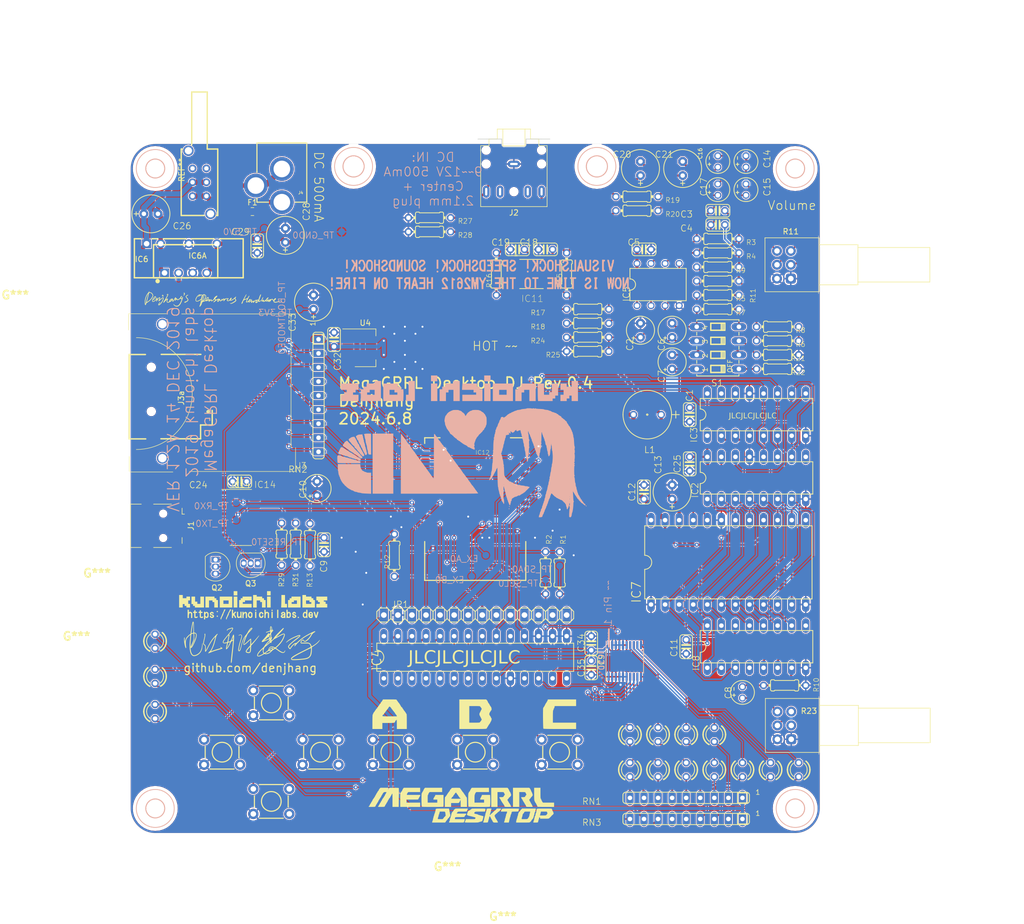
<source format=kicad_pcb>
(kicad_pcb (version 20221018) (generator pcbnew)
  (layers (0 "F.Cu" signal) (31 "B.Cu" signal) (34 "B.Paste" user) (35 "F.Paste" user) (36 "B.SilkS" user "B.Silkscreen") (37 "F.SilkS" user "F.Silkscreen") (38 "B.Mask" user) (39 "F.Mask" user) (44 "Edge.Cuts" user))
  (net 0 "")
  (net 1 "GND")
  (net 2 "SDA")
  (net 3 "SCL")
  (net 4 "CLK_FM")
  (net 5 "CLK_PSG")
  (net 6 "+5V")
  (net 7 "SHCLK")
  (net 8 "SHSTO")
  (net 9 "+3V3")
  (net 10 "KEY_INT")
  (net 11 "VBIAS")
  (net 12 "AUDIO_FML")
  (net 13 "AUDIO_FMR")
  (net 14 "AUDIO_PSG")
  (net 15 "Net-(IC5A--IN)")
  (net 16 "Net-(IC5A-OUT)")
  (net 17 "Net-(IC5B--IN)")
  (net 18 "Net-(IC5B-OUT)")
  (net 19 "+5V{slash}2")
  (net 20 "Net-(S1D-2)")
  (net 21 "Net-(S1B-2)")
  (net 22 "Net-(R14A-E)")
  (net 23 "Net-(C8-Pad+)")
  (net 24 "/MCU & interface/ESP32_RESET")
  (net 25 "Net-(R14B-E)")
  (net 26 "Net-(R14A-S)")
  (net 27 "/Audio/AUDIO_LINEL")
  (net 28 "/Audio/AUDIO_LINER")
  (net 29 "Net-(R14B-S)")
  (net 30 "Net-(IC11-BYPASS)")
  (net 31 "Net-(IC11-VO1)")
  (net 32 "Net-(C20-Pad-)")
  (net 33 "Net-(IC11-VO2)")
  (net 34 "SHDATA")
  (net 35 "Net-(C21-Pad-)")
  (net 36 "/MCU & interface/SD_D0")
  (net 37 "Net-(IC12-IO25)")
  (net 38 "Net-(IC12-IO26)")
  (net 39 "+12V")
  (net 40 "/Sound chips & bus/D1")
  (net 41 "/Sound chips & bus/D2")
  (net 42 "/Sound chips & bus/D3")
  (net 43 "/Sound chips & bus/D4")
  (net 44 "/Sound chips & bus/D5")
  (net 45 "/Sound chips & bus/D6")
  (net 46 "/Sound chips & bus/D7")
  (net 48 "Net-(IC2A-SER)")
  (net 49 "/Sound chips & bus/D0")
  (net 51 "/Sound chips & bus/A1")
  (net 52 "/Sound chips & bus/A0")
  (net 53 "/Sound chips & bus/{slash}IC")
  (net 54 "/Sound chips & bus/{slash}WR")
  (net 55 "/Sound chips & bus/{slash}CS_PSG")
  (net 56 "/Sound chips & bus/{slash}CS_FM")
  (net 67 "/Keys/KEY_C")
  (net 68 "/Keys/KEY_B")
  (net 69 "/Keys/KEY_A")
  (net 70 "/Keys/KEY_RIGHT")
  (net 71 "/Keys/KEY_DOWN")
  (net 72 "/Keys/KEY_LEFT")
  (net 73 "/Keys/KEY_UP")
  (net 77 "Net-(D3-PadA)")
  (net 80 "/LED drivers/PSG1")
  (net 81 "/LED drivers/FM2")
  (net 82 "/LED drivers/FM3")
  (net 83 "/LED drivers/FM4")
  (net 84 "/LED drivers/PSGS")
  (net 85 "/LED drivers/PSG3")
  (net 86 "/LED drivers/PSG2")
  (net 87 "/LED drivers/FM1")
  (net 89 "/LED drivers/FM5")
  (net 90 "/LED drivers/FM6")
  (net 91 "/LED drivers/FMS")
  (net 93 "/LED drivers/USERA")
  (net 94 "/LED drivers/USERB")
  (net 95 "/LED drivers/USERC")
  (net 96 "Net-(IC11-IN1-)")
  (net 97 "Net-(IC11-IN2-)")
  (net 101 "/MCU & interface/LCD_CLK")
  (net 102 "/MCU & interface/LCD_MOSI")
  (net 103 "/MCU & interface/SD_CLK")
  (net 104 "/MCU & interface/SD_D2")
  (net 105 "/MCU & interface/SD_D3")
  (net 112 "/MCU & interface/SD_CMD")
  (net 113 "/MCU & interface/SD_D1")
  (net 115 "/MCU & interface/LCD_{slash}CS")
  (net 116 "/MCU & interface/RXD")
  (net 117 "/MCU & interface/TXD")
  (net 118 "/MCU & interface/LCD_DC")
  (net 119 "Net-(IC14-UD+)")
  (net 120 "Net-(IC14-UD-)")
  (net 127 "Net-(IC14-~{DTR})")
  (net 128 "Net-(JP1-Pad8)")
  (net 135 "/LED drivers/FM1N")
  (net 136 "/LED drivers/FM2N")
  (net 137 "/LED drivers/FM3N")
  (net 138 "/LED drivers/FM4N")
  (net 139 "/LED drivers/FM5N")
  (net 140 "/LED drivers/FM6N")
  (net 141 "/LED drivers/FMSN")
  (net 142 "/LED drivers/PSG1N")
  (net 143 "/LED drivers/PSG2N")
  (net 144 "/LED drivers/PSG3N")
  (net 145 "/LED drivers/PSGSN")
  (net 146 "/LED drivers/USERAN")
  (net 147 "/LED drivers/USERBN")
  (net 148 "/LED drivers/USERCN")
  (net 149 "Net-(IC14-~{RTS})")
  (net 150 "Net-(R23-PadS)")
  (net 152 "Net-(R22-Pad2)")
  (net 157 "Net-(Q2-B)")
  (net 158 "Net-(Q3-B)")
  (net 159 "Net-(S1D-1)")
  (net 160 "Net-(S1B-1)")
  (net 161 "Net-(J2-TIP)")
  (net 162 "Net-(J2-RING)")
  (net 163 "Net-(S1C-1)")
  (net 166 "DC-IN")
  (net 167 "GND-IN")
  (footprint "MegaGRRLDesktop:0204_7" (layer "F.Cu") (at 140.2461 58.6486)
    (fp_text reference "R28")
    (fp_text value "10k")
  )
  (footprint "Silk Screen Art:MegaGRRL Desktop" (layer "F.Cu") (at 146.422721 162.403457)
    (fp_text reference "G***")
    (fp_text value "LOGO" hide)
  )
  (footprint "MegaGRRLDesktop:LED3MM" (layer "F.Cu") (at 181.5211 149.4536 90)
    (fp_text reference "LED9" hide)
    (fp_text value "LED3MM")
  )
  (footprint "MegaGRRLDesktop:0204_7" (layer "F.Cu") (at 192.3161 70.0786 180)
    (fp_text reference "R5")
    (fp_text value "47k" hide)
  )
  (footprint "MegaGRRLDesktop:E2,5-7" (layer "F.Cu") (at 178.3461 47.2186 90)
    (fp_text reference "C20")
    (fp_text value "100uF" hide)
  )
  (footprint "MegaGRRLDesktop:E2-4" (layer "F.Cu") (at 192.3161 45.9486 90)
    (fp_text reference "C16")
    (fp_text value "1uF" hide)
  )
  (footprint "Fuse:Fuse_0805_2012Metric" (layer "F.Cu") (at 108.2625 55)
    (fp_text reference "F1")
    (fp_text value "Fuse_0805_2012Metric")
  )
  (footprint "MegaGRRLDesktop:C025-024X044" (layer "F.Cu") (at 178.9811 61.8236)
    (fp_text reference "C5")
    (fp_text value "0.1uF" hide)
  )
  (footprint "MegaGRRLDesktop:RL622_SERIES" (layer "F.Cu") (at 177.0761 91.6686 180)
    (fp_text reference "L1")
    (fp_text value "RL622-101K-RC" hide)
  )
  (footprint "MegaGRRLDesktop:0204_7" (layer "F.Cu") (at 168.8211 77.6986 180)
    (fp_text reference "R24")
    (fp_text value "100k" hide)
  )
  (footprint "Silk Screen Art:ABC.kicad2_mod" (layer "F.Cu") (at 148.3 145.5)
    (fp_text reference "G***")
    (fp_text value "LOGO" hide)
  )
  (footprint "MegaGRRLDesktop:C025-024X044" (layer "F.Cu") (at 169.4561 137.3886 -90)
    (fp_text reference "C35")
    (fp_text value "0.1uF" hide)
  )
  (footprint "MegaGRRLDesktop:0204_7" (layer "F.Cu") (at 192.3161 64.9986 180)
    (fp_text reference "R9")
    (fp_text value "5k6" hide)
  )
  (footprint "TF Push:TF-SMD_TF-PUSH" (layer "F.Cu") (at 95.7 88.05 -90)
    (fp_text reference "J3a")
    (fp_text value "std:8630a74813a14cdca67e7b05dd5d2bc3")
  )
  (footprint "MegaGRRLDesktop:TACTILE_SWITCH_PTH_6.0MM" (layer "F.Cu") (at 163.7411 152.6286)
    (fp_text reference "SWC0" hide)
    (fp_text value "MOMENTARY-SWITCH-SPST-PTH-6.0MM")
  )
  (footprint "MegaGRRLDesktop:DIP04S" (layer "F.Cu") (at 192.3161 79.6036 90)
    (fp_text reference "S1")
    (fp_text value "DIP04S")
  )
  (footprint "MegaGRRLDesktop:C025-024X044" (layer "F.Cu") (at 121.1961 115.1636 -90)
    (fp_text reference "C9")
    (fp_text value "0.1uF" hide)
  )
  (footprint "MegaGRRLDesktop:0204_7" (layer "F.Cu") (at 192.3161 67.5386 180)
    (fp_text reference "R11")
    (fp_text value "5k6" hide)
  )
  (footprint "kicad_lceda:PWRM-TH_B0505S-3WR2" (layer "F.Cu") (at 95.5 60.8)
    (fp_text reference "IC6")
    (fp_text value "std:a4c6558b222b489b868198a352481a86" hide)
  )
  (footprint "MegaGRRLDesktop:0204_7" (layer "F.Cu") (at 116.078 115.062 -90)
    (fp_text reference "R31")
    (fp_text value "10k")
  )
  (footprint "MegaGRRLDesktop:0204_7" (layer "F.Cu") (at 165.0111 66.2686 90)
    (fp_text reference "R15")
    (fp_text value "15k" hide)
  )
  (footprint "MegaGRRLDesktop:LED3MM" (layer "F.Cu") (at 196.7611 155.8036 90)
    (fp_text reference "LED5" hide)
    (fp_text value "LED3MM")
  )
  (footprint "MegaGRRLDesktop:E2,5-7" (layer "F.Cu") (at 185.9661 47.2186 90)
    (fp_text reference "C21")
    (fp_text value "100uF" hide)
  )
  (footprint "MegaGRRLDesktop:0204_7" (layer "F.Cu") (at 177.7111 52.2986 180)
    (fp_text reference "R19")
    (fp_text value "10R" hide)
  )
  (footprint "MegaGRRLDesktop:DIL16" (layer "F.Cu") (at 199.3011 103.0986)
    (fp_text reference "IC2")
    (fp_text value "74HCT595N" hide)
  )
  (footprint "MegaGRRLDesktop:0204_7" (layer "F.Cu") (at 152.3111 66.2686 90)
    (fp_text reference "R16")
    (fp_text value "15k" hide)
  )
  (footprint "MegaGRRLDesktop:LED3MM" (layer "F.Cu") (at 176.4411 155.8036 90)
    (fp_text reference "LED1" hide)
    (fp_text value "LED3MM")
  )
  (footprint "MegaGRRLDesktop:ILI9341_2_4" (layer "F.Cu") (at 148.5011 127.8636)
    (fp_text reference "JP1")
    (fp_text value "ILI9341_2_4")
  )
  (footprint "Package_SO:TSSOP-20_4.4x6.5mm_P0.65mm" (layer "F.Cu") (at 175.514 136.144 90)
    (fp_text reference "IC9")
    (fp_text value "PCA9634PW")
  )
  (footprint "MegaGRRLDesktop:0204_7" (layer "F.Cu") (at 192.3161 72.6186 180)
    (fp_text reference "R7")
    (fp_text value "47k" hide)
  )
  (footprint "MegaGRRLDesktop:0204_7" (layer "F.Cu") (at 203.1111 80.8736 180)
    (fp_text reference "R21")
    (fp_text value "2k2" hide)
  )
  (footprint "MegaGRRLDesktop:E2,5-7" (layer "F.Cu") (at 89.93 55.4)
    (fp_text reference "C26")
    (fp_text value "100uF" hide)
  )
  (footprint "MegaGRRLDesktop:LED3MM" (layer "F.Cu") (at 181.5211 155.8036 90)
    (fp_text reference "LED2" hide)
    (fp_text value "LED3MM")
  )
  (footprint "MegaGRRLDesktop:TACTILE_SWITCH_PTH_6.0MM" (layer "F.Cu") (at 111.6711 143.7386)
    (fp_text reference "SWUP0" hide)
    (fp_text value "MOMENTARY-SWITCH-SPST-PTH-6.0MM")
  )
  (footprint "MegaGRRLDesktop:E2-4" (layer "F.Cu") (at 196.7611 141.8336 90)
    (fp_text reference "C8")
    (fp_text value "1uF" hide)
  )
  (footprint "Connector_Audio:Jack_3.5mm_CUI_SJ1-3525N_Horizontal" (layer "F.Cu") (at 155.4861 46.4 180)
    (fp_text reference "J2")
    (fp_text value "35RAPC4BHN2")
    (fp_line (start -2.2 3.5) (end -2.2 4.5) (stroke (width 0.12)) (layer "Edge.Cuts"))
    (fp_line (start -2.2 4.5) (end -6.5 4.5) (stroke (width 0.12)) (layer "Edge.Cuts"))
    (fp_line (start 1.8 3.1) (end -1.8 3.1) (stroke (width 0.12)) (layer "Edge.Cuts"))
    (fp_line (start 2.2 3.5) (end 2.2 4.5) (stroke (width 0.12)) (layer "Edge.Cuts"))
    (fp_line (start 2.2 4.5) (end 6.5 4.5) (stroke (width 0.12)) (layer "Edge.Cuts"))
    (fp_arc (start -2.2 3.5) (mid -2.082842 3.217158) (end -1.8 3.1) (stroke (width 0.12)) (layer "Edge.Cuts"))
    (fp_arc (start 1.8 3.1) (mid 2.082843 3.217157) (end 2.2 3.5) (stroke (width 0.12)) (layer "Edge.Cuts"))
  )
  (footprint "MegaGRRLDesktop:C025-024X044" (layer "F.Cu") (at 109.1311 61.1886 -90)
    (fp_text reference "C29")
    (fp_text value "0.1uF" hide)
  )
  (footprint "MegaGRRLDesktop:SIL9" (layer "F.Cu") (at 186.6011 164.6936 180)
    (fp_text reference "RN3")
    (fp_text value "1k")
  )
  (footprint "Silk Screen Art:website" (layer "F.Cu") (at 108.637213 125.990518)
    (fp_text reference "G***")
    (fp_text value "LOGO" hide)
  )
  (footprint "MegaGRRLDesktop:TACTILE_SWITCH_PTH_6.0MM" (layer "F.Cu") (at 102.7811 152.6286)
    (fp_text reference "SWLEFT0" hide)
    (fp_text value "MOMENTARY-SWITCH-SPST-PTH-6.0MM")
  )
  (footprint "MegaGRRLDesktop:0204_7" (layer "F.Cu") (at 140.2461 56.1086)
    (fp_text reference "R27")
    (fp_text value "10k")
  )
  (footprint "MegaGRRLDesktop:C025-024X044" (layer "F.Cu") (at 123 78.1 90)
    (fp_text reference "C32")
    (fp_text value "0.1uF" hide)
  )
  (footprint "MegaGRRLDesktop:E2,5-5" (layer "F.Cu") (at 178.3461 76.4286 90)
    (fp_text reference "C2")
    (fp_text value "10uF" hide)
  )
  (footprint "Connector_USB:USB_Mini-B_Lumberg_2486_01_Horizontal" (layer "F.Cu") (at 92.15 111.75 -90)
    (fp_text reference "J1")
    (fp_text value "USB_B_Mini")
  )
  (footprint "MegaGRRLDesktop:SIL9" (layer "F.Cu") (at 186.6011 160.8836 180)
    (fp_text reference "RN1")
    (fp_text value "1k")
  )
  (footprint "MegaGRRLDesktop:TACTILE_SWITCH_PTH_6.0MM" (layer "F.Cu") (at 111.6711 161.5186)
    (fp_text reference "SWDOWN0" hide)
    (fp_text value "MOMENTARY-SWITCH-SPST-PTH-6.0MM")
  )
  (footprint "kicad_lceda:PWRM-TH_BXXXXS-1W" (layer "F.Cu") (at 96.2 66.0735)
    (fp_text reference "IC6A")
    (fp_text value "std:44d60e1deb274ae4bbd12617d1f88879" hide)
  )
  (footprint "Potentiometer_THT:Potentiometer_Alps_RK097_Dual_Horizontal" (layer "F.Cu") (at 205.5 67.1 180)
    (fp_text reference "R11")
    (fp_text value "Potentiometer_Alps_RK097_Dual_Horizontal")
    (fp_line (start -5 -2.7) (end -5 7.7) (stroke (width 0.1)) (layer "Edge.Cuts"))
  )
  (footprint "MegaGRRLDesktop:LED3MM" (layer "F.Cu") (at 191.6811 155.8036 90)
    (fp_text reference "LED4" hide)
    (fp_text value "LED3MM")
  )
  (footprint "MegaGRRLDesktop:SIL9" (layer "F.Cu") (at 120.2 88.22 -90)
    (fp_text reference "RN2")
    (fp_text value "10k" hide)
  )
  (footprint "MegaGRRLDesktop:C025-024X044" (layer "F.Cu") (at 187.2361 91.6686 -90)
    (fp_text reference "C1")
    (fp_text value "0.1uF" hide)
  )
  (footprint "MegaGRRLDesktop:0204_7" (layer "F.Cu") (at 168.8211 72.6186 180)
    (fp_text reference "R17")
    (fp_text value "10k" hide)
  )
  (footprint "Package_TO_SOT_THT:TO-92_Inline" (layer "F.Cu") (at 109.22 118.512 180)
    (fp_text reference "Q3")
    (fp_text value "2SC1815")
  )
  (footprint "Silk Screen Art:Denjhang" (layer "F.Cu") (at 101.2 71)
    (fp_text reference "G***")
    (fp_text value "LOGO" hide)
  )
  (footprint "MegaGRRLDesktop:LED3MM" (layer "F.Cu") (at 201.8411 155.8036 90)
    (fp_text reference "LED6" hide)
    (fp_text value "LED3MM")
  )
  (footprint "MegaGRRLDesktop:LED3MM" (layer "F.Cu") (at 186.6011 155.8036 90)
    (fp_text reference "LED3" hide)
    (fp_text value "LED3MM")
  )
  (footprint "MegaGRRLDesktop:DIL08" (layer "F.Cu") (at 181.5211 68.1736)
    (fp_text reference "IC5")
    (fp_text value "NE5532N" hide)
  )
  (footprint "MegaGRRLDesktop:0204_7" (layer "F.Cu") (at 192.3161 62.4586)
    (fp_text reference "R4")
    (fp_text value "82k" hide)
  )
  (footprint "MegaGRRLDesktop:E2,5-7" (layer "F.Cu") (at 119.2911 71.3486 90)
    (fp_text reference "C33")
    (fp_text value "100uF" hide)
  )
  (footprint "MegaGRRLDesktop:LED3MM" (layer "F.Cu") (at 191.6811 149.4536 90)
    (fp_text reference "LED11" hide)
    (fp_text value "LED3MM")
  )
  (footprint "MegaGRRLDesktop:SD-106M" (layer "F.Cu") (at 105.2 87.8 -90)
    (fp_text reference "J3")
    (fp_text value "2041021-3")
  )
  (footprint "MegaGRRLDesktop:C025-024X044" (layer "F.Cu") (at 192.3161 57.3786 180)
    (fp_text reference "C4")
    (fp_text value "120pF")
  )
  (footprint "MegaGRRLDesktop:0204_7" (layer "F.Cu") (at 163.7411 120.2436 90)
    (fp_text reference "R1")
    (fp_text value "2k2")
  )
  (footprint "MegaGRRLDesktop:LED3MM" (layer "F.Cu") (at 90.678 132.588 90)
    (fp_text reference "LED12" hide)
    (fp_text value "LED3MM")
  )
  (footprint "MegaGRRLDesktop:E2,5-7" (layer "F.Cu") (at 184.0611 105.6386 90)
    (fp_text reference "C13")
    (fp_text value "330uF" hide)
  )
  (footprint "MegaGRRLDesktop:0204_7" (layer "F.Cu") (at 118.6561 115.1636 90)
    (fp_text reference "R13")
    (fp_text value "10k" hide)
  )
  (footprint "MegaGRRLDesktop:C025-024X044" (layer "F.Cu") (at 105.9561 103.7336 180)
    (fp_text reference "C24")
    (fp_text value "0.1uF" hide)
  )
  (footprint "MegaGRRLDesktop:0204_7" (layer "F.Cu") (at 203.1111 78.3336)
    (fp_text reference "R6")
    (fp_text value "47K" hide)
  )
  (footprint "MegaGRRLDesktop:LED3MM" (layer "F.Cu") (at 90.678 138.938 90)
    (fp_text reference "LED13" hide)
    (fp_text value "LED3MM")
  )
  (footprint "MegaGRRLDesktop:0204_7" (layer "F.Cu") (at 192.3161 59.9186)
    (fp_text reference "R3")
    (fp_text value "82k" hide)
  )
  (footprint "MegaGRRLDesktop:DIL16" (layer "F.Cu") (at 199.3011 91.6686)
    (fp_text reference "IC3")
    (fp_text value "74HCT595N" hide)
  )
  (footprint "MegaGRRLDesktop:LED3MM" (layer "F.Cu") (at 206.9211 155.8036 90)
    (fp_text reference "LED7" hide)
    (fp_text value "LED3MM")
  )
  (footprint "MegaGRRLDesktop:0204_7" (layer "F.Cu") (at 203.1111 83.4136 180)
    (fp_text reference "R22")
    (fp_text value "2k2" hide)
  )
  (footprint "MegaGRRLDesktop:E2,5-5" (layer "F.Cu") (at 184.0611 76.4286 90)
    (fp_text reference "C6")
    (fp_text value "10uF" hide)
  )
  (footprint "Potentiometer_THT:Potentiometer_Alps_RK097_Dual_Horizontal" (layer "F.Cu") (at 205.575 150.3 180)
    (fp_text reference "R23")
    (fp_text value "Potentiometer_Alps_RK097_Dual_Horizontal")
    (fp_line (start -5 -2.7) (end -5 7.7) (stroke (width 0.1)) (layer "Edge.Cuts"))
  )
  (footprint "MegaGRRLDesktop:C025-024X044" (layer "F.Cu") (at 161.2011 61.8236 180)
    (fp_text reference "C18")
    (fp_text value "0.1uF" hide)
  )
  (footprint "MegaGRRLDesktop:TACTILE_SWITCH_PTH_6.0MM" (layer "F.Cu") (at 133.2611 152.6286)
    (fp_text reference "SWA0" hide)
    (fp_text value "MOMENTARY-SWITCH-SPST-PTH-6.0MM")
  )
  (footprint "MegaGRRLDesktop:E2-4" (layer "F.Cu") (at 197.3961 45.9486 90)
    (fp_text reference "C14")
    (fp_text value "1uF" hide)
  )
  (footprint "Package_TO_SOT_SMD:SOT-223" (layer "F.Cu") (at 128.65 79.6)
    (fp_text reference "U4")
    (fp_text value "AMS1117-3.3V")
  )
  (footprint "MegaGRRLDesktop:C025-024X044" (layer "F.Cu") (at 186.6011 133.5786 -90)
    (fp_text reference "C11")
    (fp_text value "0.1uF" hide)
  )
  (footprint "MegaGRRLDesktop:C025-024X044" (layer "F.Cu") (at 187.2361 100.5586 -90)
    (fp_text reference "C25")
    (fp_text value "0.1uF" hide)
  )
  (footprint "MegaGRRLDesktop:E2,5-7" (layer "F.Cu") (at 114.2111 59.2836 90)
    (fp_text reference "C28")
    (fp_text value "100uF" hide)
  )
  (footprint "MegaGRRLDesktop:LED3MM" (layer "F.Cu") (at 176.4411 149.4536 90)
    (fp_text reference "LED8" hide)
    (fp_text value "LED3MM")
  )
  (footprint "MegaGRRLDesktop:YM2612" (layer "F.Cu") (at 194.2211 118.3386)
    (fp_text reference "IC7")
    (fp_text value "YM2612")
  )
  (footprint "MegaGRRLDesktop:0204_7" (layer "F.Cu") (at 204.3811 140.5636)
    (fp_text reference "R10")
    (fp_text value "2k2" hide)
  )
  (footprint "MegaGRRLDesktop:C025-024X044" (layer "F.Cu") (at 156.1211 61.8236 180)
    (fp_text reference "C19")
    (fp_text value "0.1uF" hide)
  )
  (footprint "MegaGRRLDesktop:C025-024X044" (layer "F.Cu") (at 178.9811 105.6386 90)
    (fp_text reference "C12")
    (fp_text value "0.1uF" hide)
  )
  (footprint "MegaGRRLDesktop:SN76489" (layer "F.Cu") (at 194.2211 133.5786)
    (fp_text reference "IC8")
    (fp_text value "SN76489")
  )
  (footprint "MegaGRRLDesktop:0204_7" (layer "F.Cu") (at 203.1111 75.7936)
    (fp_text reference "R8")
    (fp_text value "47K" hide)
  )
  (footprint "kicad_lceda:SW-TH_PS-22E05" (layer "F.Cu") (at 98.7 49.7 90)
    (fp_text reference "REF**")
    (fp_text value "std:d3d4a25bb1344bd597a3916e4358391c")
  )
  (footprint "MegaGRRLDesktop:C025-024X044" (layer "F.Cu") (at 192.3161 54.8386 180)
    (fp_text reference "C3")
    (fp_text value "120pF")
  )
  (footprint "Package_SO:SOIC-16_3.9x9.9mm_P1.27mm" (layer "F.Cu") (at 106.172 110.236)
    (fp_text reference "IC14")
    (fp_text value "CH340C")
  )
  (footprint "MegaGRRLDesktop:0204_7" (layer "F.Cu") (at 168.8211 75.1586 180)
    (fp_text reference "R18")
    (fp_text value "10k" hide)
  )
  (footprint "MegaGRRLDesktop:0204_7" (layer "F.Cu") (at 133.8961 117.0686 90)
    (fp_text reference "R12")
    (fp_text value "100R" hide)
  )
  (footprint "MegaGRRLDesktop:POWER_JACK_PTH" (layer "F.Cu") (at 113.5761 39.5986 180)
    (fp_text reference "J4")
    (fp_text value "POWER_JACK" hide)
  )
  (footprint "MegaGRRLDesktop:D8" (layer "F.Cu") (at 158.6611 66.2686)
    (fp_text reference "IC11")
    (fp_text value "TPA6111A2DR" hide)
  )
  (footprint "Package_TO_SOT_THT:TO-92_Inline" (layer "F.Cu") (at 101.6 117.856 -90)
    (fp_text reference "Q2")
    (fp_text value "2SC1815")
  )
  (footprint "MegaGRRLDesktop:TACTILE_SWITCH_PTH_6.0MM" (layer "F.Cu") (at 120.5611 152.6286)
    (fp_text reference "SWRIGHT0" hide)
    (fp_text value "MOMENTARY-SWITCH-SPST-PTH-6.0MM")
  )
  (footprint "MegaGRRLDesktop:E2-4" (layer "F.Cu") (at 192.3161 51.0286 90)
    (fp_text reference "C17")
    (fp_text value "1uF" hide)
  )
  (footprint "MegaGRRLDesktop:0204_7" (layer "F.Cu") (at 177.7111 54.8386 180)
    (fp_text reference "R20")
    (fp_text value "10R" hide)
  )
  (footprint "MegaGRRLDesktop:0204_7" (layer "F.Cu") (at 168.8211 80.2386)
    (fp_text reference "R25")
    (fp_text value "100k" hide)
  )
  (footprint "MegaGRRLDesktop:TACTILE_SWITCH_PTH_6.0MM" (layer "F.Cu") (at 148.5011 152.6286)
    (fp_text reference "SWB0" hide)
    (fp_text value "MOMENTARY-SWITCH-SPST-PTH-6.0MM")
  )
  (footprint "MegaGRRLDesktop:LED3MM" (layer "F.Cu") (at 90.678 145.288 90)
    (fp_text reference "LED14" hide)
    (fp_text value "LED3MM")
  )
  (footprint "MegaGRRLDesktop:E2,5-5" (layer "F.Cu") (at 184.0611 82.1436 90)
    (fp_text reference "C7")
    (fp_text value "10uF" hide)
  )
  (footprint "Silk Screen Art:电江" (layer "F.Cu") (at 108 132.7)
    (fp_text reference "G***")
    (fp_text value "LOGO" hide)
  )
  (footprint "MegaGRRLDesktop:0204_7" (layer "F.Cu") (at 113.538 115.062 -90)
    (fp_text reference "R29")
    (fp_text value "10k")
  )
  (footprint "MegaGRRLDesktop:ESP-WROOM-32-NO-RF" (layer "F.Cu") (at 148.5011 106.2736 -90)
    (fp_text reference "IC12")
    (fp_text value "ESP-WROOM-32ESP-WROOM-32-NO-RF")
  )
  (footprint "MegaGRRLDesktop:E2-4" (layer "F.Cu") (at 197.3961 51.0286 90)
    (fp_text reference "C15")
    (fp_text value "1uF" hide)
  )
  (footprint "MegaGRRLDesktop:C025-024X044" (layer "F.Cu") (at 169.4561 132.9436 90)
    (fp_text reference "C34")
    (fp_text value "0.1uF" hide)
  )
  (footprint "MegaGRRLDesktop:LED3MM" (layer "F.Cu") (at 186.6011 149.4536 90)
    (fp_text reference "LED10" hide)
    (fp_text value "LED3MM")
  )
  (footprint "MegaGRRLDesktop:0204_7" (layer "F.Cu") (at 161.2011 120.2436 90)
    (fp_text reference "R2")
    (fp_text value "2k2")
  )
  (footprint "MegaGRRLDesktop:DIL28-3" (layer "F.Cu") (at 148.5011 135.4836)
    (fp_text reference "IC4")
    (fp_text value "MCP23017SP" hide)
  )
  (footprint "MegaGRRLDesktop:E2,5-5" (layer "F.Cu") (at 119.9261 105.0036 90)
    (fp_text reference "C10")
    (fp_text value "10uF" hide)
  )
  (footprint "Silk Screen Art:heart on fire" (layer "B.Cu") (at 149.4 66.6 180)
    (fp_text reference "G***" hide)
    (fp_text value "LOGO" hide)
  )
  (footprint "Package_SO:TSSOP-20_4.4x6.5mm_P0.65mm" (layer "B.Cu") (at 175.514 136.144 -90)
    (fp_text reference "IC10")
    (fp_text value "PCA9634PW")
  )
  (footprint "MegaGRRLDesktop:B1,27" (layer "B.Cu") (at 161.2011 121.5136 180)
    (property "Value" "")
    (fp_text reference "TP_SCL0")
    (fp_text value "TPB1,27")
  )
  (footprint "MegaGRRLDesktop:B1,27" (layer "B.Cu") (at 116.7511 72.6186 180)
    (property "Value" "")
    (fp_text reference "TP_3V3")
    (fp_text value "TPB1,27")
  )
  (footprint "MegaGRRLDesktop:B1,27" (layer "B.Cu") (at 105.3211 107.5436 180)
    (property "Value" "")
    (fp_text reference "TP_RX0")
    (fp_text value "TPB1,27")
  )
  (footprint "MegaGRRLDesktop:3,6" (layer "B.Cu") (at 126.5301 46.8376 180)
    (fp_text reference "H5" hide)
    (fp_text value "MOUNT-HOLE3.6" hide)
  )
  (footprint "MegaGRRLDesktop:B1,27" (layer "B.Cu") (at 124.3711 58.6486 180)
    (property "Value" "")
    (fp_text reference "TP_GND0")
    (fp_text value "TPB1,27")
  )
  (footprint "MegaGRRLDesktop:3,2" (layer "B.Cu") (at 90.7161 47.2186 180)
    (fp_text reference "H3" hide)
    (fp_text value "MOUNT-HOLE3.2" hide)
  )
  (footprint "MegaGRRLDesktop:B1,27" (layer "B.Cu") (at 150.4061 117.0686 180)
    (property "Value" "")
    (fp_text reference "EX_A0")
    (fp_text value "TPB1,27")
  )
  (footprint "MegaGRRLDesktop:3,6" (layer "B.Cu") (at 170.4721 46.8376 180)
    (fp_text reference "H6" hide)
    (fp_text value "MOUNT-HOLE3.6" hide)
  )
  (footprint "MegaGRRLDesktop:3,2" (layer "B.Cu") (at 206.2861 47.2186 180)
    (fp_text reference "H8" hide)
    (fp_text value "MOUNT-HOLE3.2" hide)
  )
  (footprint "MegaGRRLDesktop:B1,27" (layer "B.Cu") (at 112.9411 79.6036 180)
    (property "Value" "")
    (fp_text reference "TP_BOOTMODE0")
    (fp_text value "TPB1,27")
  )
  (footprint "MegaGRRLDesktop:B1,27" (layer "B.Cu") (at 105.3211 110.7186 180)
    (property "Value" "")
    (fp_text reference "TP_TX0")
    (fp_text value "TPB1,27")
  )
  (footprint "MegaGRRLDesktop:B1,27" (layer "B.Cu") (at 147.8661 120.8786 180)
    (property "Value" "")
    (fp_text reference "EX_B0")
    (fp_text value "TPB1,27")
  )
  (footprint "MegaGRRLDesktop:B1,27" (layer "B.Cu") (at 118.618 114.046 180)
    (property "Value" "")
    (fp_text reference "TP_RESET0")
    (fp_text value "TPB1,27")
  )
  (footprint "MegaGRRLDesktop:B1,27" (layer "B.Cu") (at 110.4011 58.0136 180)
    (property "Value" "")
    (fp_text reference "TP_5V0")
    (fp_text value "TPB1,27")
  )
  (footprint "MegaGRRLDesktop:3,2" (layer "B.Cu") (at 90.7161 162.7886 180)
    (fp_text reference "H4" hide)
    (fp_text value "MOUNT-HOLE3.2" hide)
  )
  (footprint "MegaGRRLDesktop:3,2" (layer "B.Cu") (at 206.2861 162.7886 180)
    (fp_text reference "H7" hide)
    (fp_text value "MOUNT-HOLE3.2" hide)
  )
  (footprint "Silk Screen Art:natalie-md" (layer "B.Cu") (at 146.069765 97.581607 180)
    (fp_text reference "G***" hide)
    (fp_text value "LOGO" hide)
  )
  (footprint "MegaGRRLDesktop:B1,27" (layer "B.Cu") (at 163.7411 118.9736 180)
    (property "Value" "")
    (fp_text reference "TP_SDA0")
    (fp_text value "TPB1,27")
  )
  (gr_line (start 172.6311 130.4036) (end 172.6311 133.5786) (stroke (width 0.3048)) (layer "B.SilkS"))
  (gr_arc (start 86.2711 47.2186) (mid 87.57301 44.07551) (end 90.7161 42.7736) (stroke (width 0.0254)) (layer "Edge.Cuts"))
  (gr_line (start 86.2711 47.2186) (end 86.2711 162.7886) (stroke (width 0.0254)) (layer "Edge.Cuts"))
  (gr_line (start 90.7161 167.2336) (end 206.2861 167.2336) (stroke (width 0.0254)) (layer "Edge.Cuts"))
  (gr_arc (start 90.7161 167.2336) (mid 87.57301 165.93169) (end 86.2711 162.7886) (stroke (width 0.0254)) (layer "Edge.Cuts"))
  (gr_line (start 206.2861 42.7736) (end 90.7161 42.7736) (stroke (width 0.0254)) (layer "Edge.Cuts"))
  (gr_arc (start 206.2861 42.7736) (mid 209.42919 44.07551) (end 210.7311 47.2186) (stroke (width 0.0254)) (layer "Edge.Cuts"))
  (gr_line (start 210.7311 162.7886) (end 210.7311 47.2186) (stroke (width 0.0254)) (layer "Edge.Cuts"))
  (gr_arc (start 210.7311 162.7886) (mid 209.42919 165.93169) (end 206.2861 167.2336) (stroke (width 0.0254)) (layer "Edge.Cuts"))
  (gr_text "MegaGRRL Desktop\n2019 kunoichi labs\nVER 1.2A 14 DEC 2019" (at 92.6211 71.9836 -90) (layer "B.SilkS") (effects (font (size 2.10312 2.10312) (thickness 0.18288)) (justify right bottom mirror)))
  (gr_text "DC IN:\n9~~12V 500mA\nCenter +\n2.1mm plug" (at 140.8811 49.1236) (layer "B.SilkS") (effects (font (size 1.63576 1.63576) (thickness 0.14224)) (justify mirror)))
  (gr_text "~~ Pin 1 ~~" (at 173.2661 121.5136 -270) (layer "B.SilkS") (effects (font (size 1.308608 1.308608) (thickness 0.113792)) (justify left bottom mirror)))
  (gr_text "JLCJLCJLCJLC" (at 194.3 92.5) (layer "F.SilkS") (effects (font (size 1 1) (thickness 0.2032)) (justify left bottom)))
  (gr_text "MegaGRRL Desktop DJ Rev.0.4\nDenjhang\n2024.6.8\n\n" (at 123.6 96.8) (layer "F.SilkS") (effects (font (size 2 2) (thickness 0.3)) (justify left bottom)))
  (gr_text "github.com/denjhang" (at 95.7 138.3) (layer "F.SilkS") (effects (font (size 1.5 1.5) (thickness 0.2)) (justify left bottom)))
  (gr_text "DC 500mA" (at 119.2911 44.0436 270) (layer "F.SilkS") (effects (font (size 1.63576 1.63576) (thickness 0.14224)) (justify left bottom)))
  (gr_text "IC14" (at 108.4961 105.0036) (layer "F.SilkS") (effects (font (size 1.1684 1.1684) (thickness 0.1016)) (justify left bottom)))
  (gr_text "Volume" (at 201.2061 54.8386) (layer "F.SilkS") (effects (font (size 1.63576 1.63576) (thickness 0.14224)) (justify left bottom)))
  (gr_text "JLCJLCJLCJLC" (at 136.4 137) (layer "F.SilkS") (effects (font (size 2.3368 2.3368) (thickness 0.2032)) (justify left bottom)))
  (gr_text "HOT ~~" (at 147.8661 80.2386) (layer "F.SilkS") (effects (font (size 1.63576 1.63576) (thickness 0.14224)) (justify left bottom)))
  (via (at 135.8011 75.7936) (size 0.7564) (drill 0.35) (layers "F.Cu" "B.Cu") (net 1))
  (via (at 128.1811 125.9586) (size 0.7564) (drill 0.35) (layers "F.Cu" "B.Cu") (net 1))
  (via (at 166.2811 117.0686) (size 0.7564) (drill 0.35) (layers "F.Cu" "B.Cu") (net 1))
  (via (at 135.8011 78.3336) (size 0.7564) (drill 0.35) (layers "F.Cu" "B.Cu") (net 1))
  (via (at 138.9761 75.7936) (size 0.7564) (drill 0.35) (layers "F.Cu" "B.Cu") (net 1))
  (via (at 126.9111 116.4336) (size 0.7564) (drill 0.35) (layers "F.Cu" "B.Cu") (net 1))
  (via (at 174.752 140.462) (size 0.8) (drill 0.4) (layers "F.Cu" "B.Cu") (net 1))
  (via (at 159.2961 113.8936) (size 0.7564) (drill 0.35) (layers "F.Cu" "B.Cu") (net 1))
  (via (at 124.3711 113.8936) (size 0.7564) (drill 0.35) (layers "F.Cu" "B.Cu") (net 1))
  (via (at 133.8961 77.0636) (size 0.7564) (drill 0.35) (layers "F.Cu" "B.Cu") (net 1))
  (via (at 147.2311 110.0836) (size 0.7564) (drill 0.35) (layers "F.Cu" "B.Cu") (net 1))
  (via (at 135.1661 111.9886) (size 0.7564) (drill 0.35) (layers "F.Cu" "B.Cu") (net 1))
  (via (at 131.9911 75.7936) (size 0.7564) (drill 0.35) (layers "F.Cu" "B.Cu") (net 1))
  (via (at 151.0411 113.8936) (size 0.7564) (drill 0.35) (layers "F.Cu" "B.Cu") (net 1))
  (via (at 133.8961 82.1436) (size 0.7564) (drill 0.35) (layers "F.Cu" "B.Cu") (net 1))
  (via (at 131.9911 83.4136) (size 0.7564) (drill 0.35) (layers "F.Cu" "B.Cu") (net 1))
  (via (at 138.9761 83.4136) (size 0.7564) (drill 0.35) (layers "F.Cu" "B.Cu") (net 1))
  (via (at 128.8161 120.2436) (size 0.7564) (drill 0.35) (layers "F.Cu" "B.Cu") (net 1))
  (via (at 162.4711 112.6236) (size 0.7564) (drill 0.35) (layers "F.Cu" "B.Cu") (net 1))
  (via (at 137.7061 82.1436) (size 0.7564) (drill 0.35) (layers "F.Cu" "B.Cu") (net 1))
  (via (at 135.8011 80.8736) (size 0.7564) (drill 0.35) (layers "F.Cu" "B.Cu") (net 1))
  (via (at 149.7711 113.8936) (size 0.7564) (drill 0.35) (layers "F.Cu" "B.Cu") (net 1))
  (via (at 135.8011 83.4136) (size 0.7564) (drill 0.35) (layers "F.Cu" "B.Cu") (net 1))
  (via (at 133.2611 110.0836) (size 0.7564) (drill 0.35) (layers "F.Cu" "B.Cu") (net 1))
  (via (at 137.7061 77.0636) (size 0.7564) (drill 0.35) (layers "F.Cu" "B.Cu") (net 1))
  (via (at 163.7411 108.8136) (size 0.7564) (drill 0.35) (layers "F.Cu" "B.Cu") (net 1))
  (segment (start 173.239 133.2815) (end 173.228 133.2705) (width 0.25) (layer "F.Cu") (net 2))
  (segment (start 161.8361 121.5136) (end 163.7411 123.4186) (width 0.3048) (layer "F.Cu") (net 2))
  (segment (start 143.4211 103.7336) (end 143.4211 113.8936) (width 0.3048) (layer "F.Cu") (net 2))
  (segment (start 140.9611 101.2736) (end 143.4211 103.7336) (width 0.3048) (layer "F.Cu") (net 2))
  (segment (start 156.7561 121.5136) (end 161.8361 121.5136) (width 0.3048) (layer "F.Cu") (net 2))
  (segment (start 173.228 133.2705) (end 173.228 128.524) (width 0.25) (layer "F.Cu") (net 2))
  (segment (start 168.7576 124.0536) (end 163.7411 124.0536) (width 0.25) (layer "F.Cu") (net 2))
  (segment (start 153.5811 118.3386) (end 156.7561 121.5136) (width 0.3048) (layer "F.Cu") (net 2))
  (segment (start 139.5011 101.2736) (end 140.9611 101.2736) (width 0.3048) (layer "F.Cu") (net 2))
  (segment (start 162.4711 138.0236) (end 163.7411 136.7536) (width 0.3048) (layer "F.Cu") (net 2))
  (segment (start 173.228 128.524) (end 168.7576 124.0536) (width 0.25) (layer "F.Cu") (net 2))
  (segment (start 143.4211 118.3386) (end 153.5811 118.3386) (width 0.3048) (layer "F.Cu") (net 2))
  (segment (start 163.7411 123.4186) (end 163.7411 124.0536) (width 0.3048) (layer "F.Cu") (net 2))
  (segment (start 163.7411 136.7536) (end 163.7411 124.0536) (width 0.3048) (layer "F.Cu") (net 2))
  (segment (start 162.4711 139.2936) (end 162.4711 138.0236) (width 0.3048) (layer "F.Cu") (net 2))
  (via (at 143.4211 118.3386) (size 0.7564) (drill 0.35) (layers "F.Cu" "B.Cu") (net 2))
  (via (at 143.4211 113.8936) (size 0.7564) (drill 0.35) (layers "F.Cu" "B.Cu") (net 2))
  (segment (start 163.322 137.668) (end 170.18 137.668) (width 0.3048) (layer "B.Cu") (net 2))
  (segment (start 173.239 139.943) (end 173.239 139.0065) (width 0.3048) (layer "B.Cu") (net 2))
  (segment (start 172.974 140.208) (end 173.239 139.943) (width 0.3048) (layer "B.Cu") (net 2))
  (segment (start 170.18 137.668) (end 171.831 139.319) (width 0.3048) (layer "B.Cu") (net 2))
  (segment (start 143.4211 113.8936) (end 143.4211 118.3386) (width 0.3048) (layer "B.Cu") (net 2))
  (segment (start 163.7411 124.0536) (end 163.7411 118.9736) (width 0.3048) (layer "B.Cu") (net 2))
  (segment (start 171.831 139.319) (end 171.831 139.827) (width 0.3048) (layer "B.Cu") (net 2))
  (segment (start 171.831 139.827) (end 172.212 140.208) (width 0.3048) (layer "B.Cu") (net 2))
  (segment (start 162.4711 139.2936) (end 162.4711 138.5189) (width 0.3048) (layer "B.Cu") (net 2))
  (segment (start 162.4711 138.5189) (end 163.322 137.668) (width 0.3048) (layer "B.Cu") (net 2))
  (segment (start 172.212 140.208) (end 172.974 140.208) (width 0.3048) (layer "B.Cu") (net 2))
  (segment (start 144.6911 119.6086) (end 152.9461 119.6086) (width 0.3048) (layer "F.Cu") (net 3))
  (segment (start 173.889 131.165) (end 174.244 130.81) (width 0.25) (layer "F.Cu") (net 3))
  (segment (start 144.6911 103.0986) (end 144.6911 113.8936) (width 0.3048) (layer "F.Cu") (net 3))
  (segment (start 152.9461 119.6086) (end 157.3911 124.0536) (width 0.3048) (layer "F.Cu") (net 3))
  (segment (start 161.2011 136.7536) (end 161.2011 129.9591) (width 0.3048) (layer "F.Cu") (net 3))
  (segment (start 173.889 133.2815) (end 173.889 131.165) (width 0.25) (layer "F.Cu") (net 3))
  (segment (start 159.9311 139.2936) (end 159.9311 138.0236) (width 0.3048) (layer "F.Cu") (net 3))
  (segment (start 139.5011 100.0036) (end 141.5961 100.0036) (width 0.3048) (layer "F.Cu") (net 3))
  (segment (start 161.2011 129.9591) (end 161.2011 124.0536) (width 0.3048) (layer "F.Cu") (net 3))
  (segment (start 157.3911 124.0536) (end 161.2011 124.0536) (width 0.3048) (layer "F.Cu") (net 3))
  (segment (start 141.5961 100.0036) (end 144.6911 103.0986) (width 0.3048) (layer "F.Cu") (net 3))
  (segment (start 159.9311 138.0236) (end 161.2011 136.7536) (width 0.3048) (layer "F.Cu") (net 3))
  (via (at 161.2011 129.9591) (size 0.8) (drill 0.4) (layers "F.Cu" "B.Cu") (net 3))
  (via (at 144.6911 119.6086) (size 0.7564) (drill 0.35) (layers "F.Cu" "B.Cu") (net 3))
  (via (at 174.244 130.81) (size 0.8) (drill 0.4) (layers "F.Cu" "B.Cu") (net 3))
  (via (at 144.6911 113.8936) (size 0.7564) (drill 0.35) (layers "F.Cu" "B.Cu") (net 3))
  (segment (start 173.3931 129.9591) (end 161.2011 129.9591) (width 0.25) (layer "B.Cu") (net 3))
  (segment (start 161.2011 124.0536) (end 161.2011 121.5136) (width 0.3048) (layer "B.Cu") (net 3))
  (segment (start 173.889 140.055) (end 173.228 140.716) (width 0.25) (layer "B.Cu") (net 3))
  (segment (start 171.785 140.543) (end 171.958 140.716) (width 0.25) (layer "B.Cu") (net 3))
  (segment (start 165.354 140.97) (end 165.781 140.543) (width 0.25) (layer "B.Cu") (net 3))
  (segment (start 165.781 140.543) (end 171.785 140.543) (width 0.25) (layer "B.Cu") (net 3))
  (segment (start 174.244 130.81) (end 173.3931 129.9591) (width 0.25) (layer "B.Cu") (net 3))
  (segment (start 173.889 139.0065) (end 173.889 140.055) (width 0.25) (layer "B.Cu") (net 3))
  (segment (start 171.958 140.716) (end 173.228 140.716) (width 0.25) (layer "B.Cu") (net 3))
  (segment (start 161.6075 140.97) (end 165.354 140.97) (width 0.25) (layer "B.Cu") (net 3))
  (segment (start 144.6911 113.8936) (end 144.6911 119.6086) (width 0.3048) (layer "B.Cu") (net 3))
  (segment (start 159.9311 139.2936) (end 161.6075 140.97) (width 0.25) (layer "B.Cu") (net 3))
  (segment (start 139.5011 102.5436) (end 137.7861 102.5436) (width 0.3048) (layer "F.Cu") (net 4))
  (segment (start 137.7061 93.5736) (end 163.1061 93.5736) (width 0.3048) (layer "F.Cu") (net 4))
  (segment (start 163.1061 93.5736) (end 180.2511 110.7186) (width 0.3048) (layer "F.Cu") (net 4))
  (segment (start 136.4361 94.8436) (end 137.7061 93.5736) (width 0.3048) (layer "F.Cu") (net 4))
  (segment (start 137.7861 102.5436) (end 136.4361 101.1936) (width 0.3048) (layer "F.Cu") (net 4))
  (segment (start 136.4361 101.1936) (end 136.4361 94.8436) (width 0.3048) (layer "F.Cu") (net 4))
  (segment (start 157.5011 103.8136) (end 166.9961 103.8136) (width 0.3048) (layer "F.Cu") (net 5))
  (segment (start 194.8561 131.6736) (end 195.4911 131.0386) (width 0.3048) (layer "F.Cu") (net 5))
  (segment (start 186.6011 130.4036) (end 187.8711 131.6736) (width 0.3048) (layer "F.Cu") (net 5))
  (segment (start 186.6011 123.4186) (end 186.6011 130.4036) (width 0.3048) (layer "F.Cu") (net 5))
  (segment (start 166.9961 103.8136) (end 186.6011 123.4186) (width 0.3048) (layer "F.Cu") (net 5))
  (segment (start 187.8711 131.6736) (end 194.8561 131.6736) (width 0.3048) (layer "F.Cu") (net 5))
  (segment (start 195.4911 131.0386) (end 195.4911 129.7686) (width 0.3048) (layer "F.Cu") (net 5))
  (segment (start 182.7911 110.7186) (end 182.7911 113.2586) (width 0.4064) (layer "F.Cu") (net 6))
  (segment (start 109.1311 59.9186) (end 106.9721 59.9186) (width 0.8128) (layer "F.Cu") (net 6))
  (segment (start 205.6511 89.1286) (end 204.3811 90.3986) (width 0.3048) (layer "F.Cu") (net 6))
  (segment (start 109.1311 59.9186) (end 113.5761 59.9186) (width 0.8128) (layer "F.Cu") (net 6))
  (segment (start 190.4111 93.381357) (end 190.4111 90.3986) (width 0.4064) (layer "F.Cu") (net 6))
  (segment (start 106.9721 59.9186) (end 105.7021 61.1886) (width 0.8128) (layer "F.Cu") (net 6))
  (segment (start 190.4111 100.5586) (end 191.6811 101.8286) (width 0.4064) (layer "F.Cu") (net 6))
  (segment (start 128.1811 71.9836) (end 153.5811 71.9836) (width 0.8128) (layer "F.Cu") (net 6))
  (segment (start 190.4111 90.3986) (end 190.4111 87.8586) (width 0.4064) (layer "F.Cu") (net 6))
  (segment (start 189.3951 96.559844) (end 189.3951 94.397357) (width 0.4064) (layer "F.Cu") (net 6))
  (segment (start 191.6811 101.8286) (end 191.6811 115.1636) (width 0.4064) (layer "F.Cu") (net 6))
  (segment (start 177.0761 91.6686) (end 177.0761 105.0036) (width 0.8) (layer "F.Cu") (net 6))
  (segment (start 105.3135 60.8) (end 101.85 60.8) (width 0.8128) (layer "F.Cu") (net 6))
  (segment (start 190.4111 100.5586) (end 190.4111 99.2886) (width 0.4064) (layer "F.Cu") (net 6))
  (segment (start 190.4111 99.2886) (end 190.4111 97.575844) (width 0.4064) (layer "F.Cu") (net 6))
  (segment (start 187.2361 90.3986) (end 190.4111 90.3986) (width 0.4064) (layer "F.Cu") (net 6))
  (segment (start 113.5761 59.9186) (end 114.2111 60.5536) (width 0.8128) (layer "F.Cu") (net 6))
  (segment (start 190.4111 99.2886) (end 187.2361 99.2886) (width 0.4064) (layer "F.Cu") (net 6))
  (segment (start 190.4111 97.575844) (end 189.3951 96.559844) (width 0.4064) (layer "F.Cu") (net 6))
  (segment (start 198.6661 115.1636) (end 200.5711 113.2586) (width 0.4064) (layer "F.Cu") (net 6))
  (segment (start 128.1811 71.9836) (end 128.1811 82) (width 0.8128) (layer "F.Cu") (net 6))
  (segment (start 153.5811 71.9836) (end 173.2661 91.6686) (width 0.8128) (layer "F.Cu") (net 6))
  (segment (start 105.7021 61.1886) (end 105.3135 60.8) (width 0.8128) (layer "F.Cu") (net 6))
  (segment (start 200.5711 113.2586) (end 200.5711 110.7186) (width 0.4064) (layer "F.Cu") (net 6))
  (segment (start 189.3951 94.397357) (end 190.4111 93.381357) (width 0.4064) (layer "F.Cu") (net 6))
  (segment (start 128.1811 82) (end 128.0811 81.9) (width 0.8128) (layer "F.Cu") (net 6))
  (segment (start 128.0811 81.9) (end 125.5 81.9) (width 0.8128) (layer "F.Cu") (net 6))
  (segment (start 128.1811 71.9836) (end 116.7511 60.5536) (width 0.8128) (layer "F.Cu") (net 6))
  (segment (start 133.8961 113.2586) (end 128.1811 107.5436) (width 0.8128) (layer "F.Cu") (net 6))
  (segment (start 182.7911 113.2586) (end 184.6961 115.1636) (width 0.4064) (layer "F.Cu") (net 6))
  (segment (start 205.6511 87.8586) (end 205.6511 89.1286) (width 0.3048) (layer "F.Cu") (net 6))
  (segment (start 101.85 60.8) (end 101.85 64.2335) (width 0.8128) (layer "F.Cu") (net 6))
  (segment (start 178.9811 106.9086) (end 182.7911 110.7186) (width 0.8) (layer "F.Cu") (net 6))
  (segment (start 191.6811 115.1636) (end 188.5061 115.1636) (width 0.4064) (layer "F.Cu") (net 6))
  (segment (start 191.6811 115.1636) (end 198.6661 115.1636) (width 0.4064) (layer "F.Cu") (net 6))
  (segment (start 177.0761 105.0036) (end 178.9811 106.9086) (width 0.8) (layer "F.Cu") (net 6))
  (segment (start 116.7511 60.5536) (end 114.2111 60.5536) (width 0.8128) (layer "F.Cu") (net 6))
  (segment (start 204.3811 90.3986) (end 190.4111 90.3986) (width 0.3048) (layer "F.Cu") (net 6))
  (segment (start 128.1811 82) (end 128.1811 107.5436) (width 0.8128) (layer "F.Cu") (net 6))
  (segment (start 173.2661 91.6686) (end 177.0761 91.6686) (width 0.8128) (layer "F.Cu") (net 6))
  (segment (start 101.85 64.2335) (end 100.01 66.0735) (width 0.8128) (layer "F.Cu") (net 6))
  (via (at 184.6961 115.1636) (size 0.7564) (drill 0.35) (layers "F.Cu" "B.Cu") (net 6))
  (via (at 188.5061 115.1636) (size 0.7564) (drill 0.35) (layers "F.Cu" "B.Cu") (net 6))
  (segment (start 188.5061 115.1636) (end 184.6961 115.1636) (width 0.4064) (layer "B.Cu") (net 6))
  (segment (start 129.4511 130.4036) (end 129.4511 142.4686) (width 0.6096) (layer "B.Cu") (net 6))
  (segment (start 205.6511 98.0186) (end 205.6511 99.2886) (width 0.3048) (layer "B.Cu") (net 6))
  (segment (start 131.9911 127.8636) (end 131.9911 115.1636) (width 0.8128) (layer "B.Cu") (net 6))
  (segment (start 209.4611 86.5886) (end 209.4611 89.1286) (width 0.3048) (layer "B.Cu") (net 6))
  (segment (start 109.1311 59.9186) (end 109.1311 59.2836) (width 0.3048) (layer "B.Cu") (net 6))
  (segment (start 196.7611 160.8836) (end 196.7611 162.7886) (width 0.6096) (layer "B.Cu") (net 6))
  (segment (start 206.9211 96.7486) (end 205.6511 98.0186) (width 0.3048) (layer "B.Cu") (net 6))
  (segment (start 133.2611 158.9786) (end 137.0711 162.7886) (width 0.6096) (layer "B.Cu") (net 6))
  (segment (start 206.9211 91.6686) (end 206.9211 96.7486) (width 0.3048) (layer "B.Cu") (net 6))
  (segment (start 109.1311 59.2836) (end 110.4011 58.0136) (width 0.3048) (layer "B.Cu") (net 6))
  (segment (start 137.0711 162.7886) (end 196.7611 162.7886) (width 0.6096) (layer "B.Cu") (net 6))
  (segment (start 131.9911 127.8636) (end 129.4511 130.4036) (width 0.6096) (layer "B.Cu") (net 6))
  (segment (start 206.9211 85.9536) (end 208.8261 85.9536) (width 0.3048) (layer "B.Cu") (net 6))
  (segment (start 131.9911 115.1636) (end 133.8961 113.2586) (width 0.8128) (layer "B.Cu") (net 6))
  (segment (start 133.2611 146.2786) (end 133.2611 158.9786) (width 0.6096) (layer "B.Cu") (net 6))
  (segment (start 205.6511 87.8586) (end 205.6511 87.2236) (width 0.3048) (layer "B.Cu") (net 6))
  (segment (start 208.8261 85.9536) (end 209.4611 86.5886) (width 0.3048) (layer "B.Cu") (net 6))
  (segment (start 205.6511 87.2236) (end 206.9211 85.9536) (width 0.3048) (layer "B.Cu") (net 6))
  (segment (start 209.4611 89.1286) (end 206.9211 91.6686) (width 0.3048) (layer "B.Cu") (net 6))
  (segment (start 129.4511 142.4686) (end 133.2611 146.2786) (width 0.6096) (layer "B.Cu") (net 6))
  (segment (start 196.7611 162.7886) (end 196.7611 164.6936) (width 0.6096) (layer "B.Cu") (net 6))
  (segment (start 157.3911 89.1286) (end 160.5661 85.9536) (width 0.3048) (layer "F.Cu") (net 7))
  (segment (start 132.6261 102.4636) (end 135.2461 105.0836) (width 0.3048) (layer "F.Cu") (net 7))
  (segment (start 132.6261 91.0336) (end 134.5311 89.1286) (width 0.3048) (layer "F.Cu") (net 7))
  (segment (start 160.5661 85.9536) (end 160.5661 84.6836) (width 0.3048) (layer "F.Cu") (net 7))
  (segment (start 139.5011 105.0836) (end 135.2461 105.0836) (width 0.3048) (layer "F.Cu") (net 7))
  (segment (start 132.6261 102.4636) (end 132.6261 91.0336) (width 0.3048) (layer "F.Cu") (net 7))
  (segment (start 134.5311 89.1286) (end 157.3911 89.1286) (width 0.3048) (layer "F.Cu") (net 7))
  (via (at 160.5661 84.6836) (size 0.7564) (drill 0.35) (layers "F.Cu" "B.Cu") (net 7))
  (segment (start 202.1459 94.4184) (end 203.1111 93.4532) (width 0.3048) (layer "B.Cu") (net 7))
  (segment (start 203.1111 97.504) (end 202.1459 96.5388) (width 0.3048) (layer "B.Cu") (net 7))
  (segment (start 203.1111 86.5886) (end 201.7931 85.2706) (width 0.3048) (layer "B.Cu") (net 7))
  (segment (start 203.1111 93.4532) (end 203.1111 87.8586) (width 0.3048) (layer "B.Cu") (net 7))
  (segment (start 202.1459 96.5388) (end 202.1459 94.4184) (width 0.3048) (layer "B.Cu") (net 7))
  (segment (start 160.5661 84.6836) (end 179.7121 84.6836) (width 0.3048) (layer "B.Cu") (net 7))
  (segment (start 179.7121 84.6836) (end 180.2991 85.2706) (width 0.3048) (layer "B.Cu") (net 7))
  (segment (start 203.1111 99.2886) (end 203.1111 97.504) (width 0.3048) (layer "B.Cu") (net 7))
  (segment (start 203.1111 87.8586) (end 203.1111 86.5886) (width 0.3048) (layer "B.Cu") (net 7))
  (segment (start 180.2991 85.2706) (end 201.7931 85.2706) (width 0.3048) (layer "B.Cu") (net 7))
  (segment (start 134.5311 92.3036) (end 136.4361 90.3986) (width 0.3048) (layer "F.Cu") (net 8))
  (segment (start 161.8361 87.2236) (end 161.8361 85.9536) (width 0.3048) (layer "F.Cu") (net 8))
  (segment (start 134.5311 101.8286) (end 134.5311 92.3036) (width 0.3048) (layer "F.Cu") (net 8))
  (segment (start 158.6611 90.3986) (end 161.8361 87.2236) (width 0.3048) (layer "F.Cu") (net 8))
  (segment (start 136.4361 90.3986) (end 158.6611 90.3986) (width 0.3048) (layer "F.Cu") (net 8))
  (segment (start 136.5161 103.8136) (end 134.5311 101.8286) (width 0.3048) (layer "F.Cu") (net 8))
  (segment (start 139.5011 103.8136) (end 136.5161 103.8136) (width 0.3048) (layer "F.Cu") (net 8))
  (via (at 161.8361 85.9536) (size 0.7564) (drill 0.35) (layers "F.Cu" "B.Cu") (net 8))
  (segment (start 200.5711 86.5886) (end 199.9361 85.9536) (width 0.3048) (layer "B.Cu") (net 8))
  (segment (start 199.6059 94.4184) (end 200.5711 93.4532) (width 0.3048) (layer "B.Cu") (net 8))
  (segment (start 199.6059 96.5388) (end 199.6059 94.4184) (width 0.3048) (layer "B.Cu") (net 8))
  (segment (start 200.5711 87.8586) (end 200.5711 86.5886) (width 0.3048) (layer "B.Cu") (net 8))
  (segment (start 200.5711 97.504) (end 199.6059 96.5388) (width 0.3048) (layer "B.Cu") (net 8))
  (segment (start 199.9361 85.9536) (end 161.8361 85.9536) (width 0.3048) (layer "B.Cu") (net 8))
  (segment (start 200.5711 99.2886) (end 200.5711 97.504) (width 0.3048) (layer "B.Cu") (net 8))
  (segment (start 200.5711 93.4532) (end 200.5711 87.8586) (width 0.3048) (layer "B.Cu") (net 8))
  (segment (start 174.539 133.902724) (end 174.539 133.2815) (width 0.25) (layer "F.Cu") (net 9))
  (segment (start 102.1461 109.4486) (end 103.2611 109.4486) (width 0.3048) (layer "F.Cu") (net 9))
  (segment (start 156.1211 112.7036) (end 157.5011 112.7036) (width 0.4064) (layer "F.Cu") (net 9))
  (segment (start 107.2261 103.7336) (end 105.9561 102.4636) (width 0.3048) (layer "F.Cu") (net 9))
  (segment (start 172.589 133.902724) (end 172.982676 134.2964) (width 0.25) (layer "F.Cu") (net 9))
  (segment (start 112.3061 105.6386) (end 119.5451 105.6386) (width 0.8128) (layer "F.Cu") (net 9))
  (segment (start 117.9 101.2) (end 118.3204 100.7796) (width 0.8128) (layer "F.Cu") (net 9))
  (segment (start 105.9561 102.4636) (end 102.1461 102.4636) (width 0.3048) (layer "F.Cu") (net 9))
  (segment (start 122.4661 79.6036) (end 120.5611 77.6986) (width 0.8128) (layer "F.Cu") (net 9))
  (segment (start 169.4561 134.2136) (end 171.6569 134.2136) (width 0.4064) (layer "F.Cu") (net 9))
  (segment (start 124.1 79.6) (end 124.0964 79.6036) (width 0.8128) (layer "F.Cu") (net 9))
  (segment (start 118.1 87.5) (end 118.1 78.8897) (width 0.8128) (layer "F.Cu") (net 9))
  (segment (start 117.3 101.2) (end 112.8614 105.6386) (width 0.8128) (layer "F.Cu") (net 9))
  (segment (start 124.0964 79.6036) (end 122.4661 79.6036) (width 0.8128) (layer "F.Cu") (net 9))
  (segment (start 119.2911 72.6186) (end 119.2911 77.6986) (width 0.8128) (layer "F.Cu") (net 9))
  (segment (start 129.7051 115.7986) (end 140.8811 115.7986) (width 0.8128) (layer "F.Cu") (net 9))
  (segment (start 119.9261 106.2736) (end 129.7051 115.7986) (width 0.8128) (layer "F.Cu") (net 9))
  (segment (start 118.1 87.5) (end 117.405 86.805) (width 0.8128) (layer "F.Cu") (net 9))
  (segment (start 145.9611 115.7986) (end 149.0561 112.7036) (width 0.8128) (layer "F.Cu") (net 9))
  (segment (start 102.1461 102.4636) (end 101.5111 103.0986) (width 0.3048) (layer "F.Cu") (net 9))
  (segment (start 172.589 133.2815) (end 172.589 133.902724) (width 0.25) (layer "F.Cu") (net 9))
  (segment (start 174.145324 134.2964) (end 174.539 133.902724) (width 0.25) (layer "F.Cu") (net 9))
  (segment (start 118.6561 111.3536) (end 118.6561 107.5436) (width 0.3048) (layer "F.Cu") (net 9))
  (segment (start 101.5111 103.0986) (end 101.5111 108.8136) (width 0.3048) (layer "F.Cu") (net 9))
  (segment (start 101.5111 108.8136) (end 102.1461 109.4486) (width 0.3048) (layer "F.Cu") (net 9))
  (segment (start 171.6569 134.2136) (end 172.589 133.2815) (width 0.4064) (layer "F.Cu") (net 9))
  (segment (start 107.2261 104.2136) (end 107.2261 103.7336) (width 0.3048) (layer "F.Cu") (net 9))
  (segment (start 118.1 78.8897) (end 119.2911 77.6986) (width 0.8128) (layer "F.Cu") (net 9))
  (segment (start 117.405 86.805) (end 116.3 86.805) (width 0.8128) (layer "F.Cu") (net 9))
  (segment (start 124.1 79.6) (end 125.5 79.6) (width 0.8128) (layer "F.Cu") (net 9))
  (segment (start 112.8614 105.6386) (end 112.3061 105.6386) (width 0.8128) (layer "F.Cu") (net 9))
  (segment (start 108.6511 105.6386) (end 107.2261 104.2136) (width 0.3048) (layer "F.Cu") (net 9))
  (segment (start 108.6511 105.6386) (end 112.3061 105.6386) (width 0.4064) (layer "F.Cu") (net 9))
  (segment (start 118.1 99.7) (end 118.1 87.5) (width 0.8128) (layer "F.Cu") (net 9))
  (segment (start 149.0561 112.7036) (end 156.1211 112.7036) (width 0.8128) (layer "F.Cu") (net 9))
  (segment (start 172.982676 134.2964) (end 174.145324 134.2964) (width 0.25) (layer "F.Cu") (net 9))
  (segment (start 118.3204 99.9204) (end 118.1 99.7) (width 0.8128) (layer "F.Cu") (net 9))
  (segment (start 117.9 101.2) (end 117.3 101.2) (width 0.8128) (layer "F.Cu") (net 9))
  (segment (start 116.105 87) (end 101 87) (width 0.8128) (layer "F.Cu") (net 9))
  (segment (start 120.5611 77.6986) (end 119.2911 77.6986) (width 0.8128) (layer "F.Cu") (net 9))
  (segment (start 118.3204 100.7796) (end 118.3204 99.9204) (width 0.8128) (layer "F.Cu") (net 9))
  (segment (start 116.3 86.805) (end 116.105 87) (width 0.8128) (layer "F.Cu") (net 9))
  (segment (start 140.8811 115.7986) (end 145.9611 115.7986) (width 0.8128) (layer "F.Cu") (net 9))
  (segment (start 119.5451 105.6386) (end 119.9261 106.2736) (width 0.8128) (layer "F.Cu") (net 9))
  (segment (start 118.6561 107.5436) (end 119.9261 106.2736) (width 0.3048) (layer "F.Cu") (net 9))
  (via (at 131.9911 78.3336) (size 0.7564) (drill 0.35) (layers "F.Cu" "B.Cu") (net 9))
  (via (at 131.9911 80.8736) (size 0.7564) (drill 0.35) (layers "F.Cu" "B.Cu") (net 9))
  (via (at 140.8811 115.7986) (size 0.7564) (drill 0.35) (layers "F.Cu" "B.Cu") (net 9))
  (via (at 156.1211 112.7036) (size 0.7564) (drill 0.35) (layers "F.Cu" "B.Cu") (net 9))
  (segment (start 139.6111 117.0686) (end 140.8811 115.7986) (width 0.3048) (layer "B.Cu") (net 9))
  (segment (start 171.6569 134.2136) (end 172.589 133.2815) (width 0.4064) (layer "B.Cu") (net 9))
  (segment (start 156.1211 135.4836) (end 168.1861 135.4836) (width 0.4064) (layer "B.Cu") (net 9))
  (segment (start 156.1211 116.4336) (end 156.1211 129.7686) (width 0.4064) (layer "B.Cu") (net 9))
  (segment (start 169.4561 134.2136) (end 169.4561 136.1186) (width 0.4064) (layer "B.Cu") (net 9))
  (segment (start 123 79.37) (end 130.9547 79.37) (width 0.8) (layer "B.Cu") (net 9))
  (segment (start 156.1211 112.7036) (end 156.1211 116.4336) (width 0.4064) (layer "B.Cu") (net 9))
  (segment (start 152.3111 139.2936) (end 156.1211 135.4836) (width 0.4064) (layer "B.Cu") (net 9))
  (segment (start 139.6111 127.8636) (end 139.6111 117.0686) (width 0.3048) (layer "B.Cu") (net 9))
  (segment (start 157.3911 132.9436) (end 158.6611 134.2136) (width 0.4064) (layer "B.Cu") (net 9))
  (segment (start 157.3911 131.6736) (end 157.3911 132.9436) (width 0.4064) (layer "B.Cu") (net 9))
  (segment (start 158.6611 134.2136) (end 169.4561 134.2136) (width 0.4064) (layer "B.Cu") (net 9))
  (segment (start 163.7411 116.4336) (end 161.2011 116.4336) (width 0.3048) (layer "B.Cu") (net 9))
  (segment (start 156.1211 129.7686) (end 157.3911 131.0386) (width 0.4064) (layer "B.Cu") (net 9))
  (segment (start 172.589 139.0065) (end 172.589 133.2815) (width 0.25) (layer "B.Cu") (net 9))
  (segment (start 130.9547 79.37) (end 131.9911 78.3336) (width 0.8) (layer "B.Cu") (net 9))
  (segment (start 131.9911 78.3336) (end 131.9911 80.8736) (width 0.8) (layer "B.Cu") (net 9))
  (segment (start 168.1861 135.4836) (end 169.4561 134.2136) (width 0.4064) (layer "B.Cu") (net 9))
  (segment (start 161.2011 116.4336) (end 156.1211 116.4336) (width 0.3048) (layer "B.Cu") (net 9))
  (segment (start 169.4561 134.2136) (end 171.6569 134.2136) (width 0.4064) (layer "B.Cu") (net 9))
  (segment (start 157.3911 131.0386) (end 157.3911 131.6736) (width 0.4064) (layer "B.Cu") (net 9))
  (segment (start 116.7511 72.6186) (end 119.2911 72.6186) (width 0.3048) (layer "B.Cu") (net 9))
  (segment (start 157.5011 106.3536) (end 157.5811 106.2736) (width 0.3048) (layer "F.Cu") (net 10))
  (segment (start 157.5811 106.2736) (end 159.9311 106.2736) (width 0.3048) (layer "F.Cu") (net 10))
  (via (at 159.9311 106.2736) (size 0.7564) (drill 0.35) (layers "F.Cu" "B.Cu") (net 10))
  (segment (start 153.7843 126.659713) (end 153.7843 128.9304) (width 0.3048) (layer "B.Cu") (net 10))
  (segment (start 154.8511 125.592913) (end 154.8511 111.3536) (width 0.3048) (layer "B.Cu") (net 10))
  (segment (start 153.7843 126.659713) (end 154.8511 125.592913) (width 0.3048) (layer "B.Cu") (net 10))
  (segment (start 152.3111 130.4036) (end 152.3111 131.6736) (width 0.3048) (layer "B.Cu") (net 10))
  (segment (start 154.8511 111.3536) (end 159.9311 106.2736) (width 0.3048) (layer "B.Cu") (net 10))
  (segment (start 153.7843 128.9304) (end 152.3111 130.4036) (width 0.3048) (layer "B.Cu") (net 10))
  (segment (start 178.3461 77.6986) (end 182.7911 73.2536) (width 0.3048) (layer "F.Cu") (net 11))
  (segment (start 172.6311 77.6986) (end 178.3461 77.6986) (width 0.3048) (layer "F.Cu") (net 11))
  (segment (start 185.3311 69.4436) (end 185.3311 64.3636) (width 0.3048) (layer "F.Cu") (net 11))
  (segment (start 182.7911 73.2536) (end 182.7911 71.9836) (width 0.3048) (layer "F.Cu") (net 11))
  (segment (start 182.7911 71.9836) (end 185.3311 69.4436) (width 0.3048) (layer "F.Cu") (net 11))
  (segment (start 172.6311 77.6986) (end 172.6311 80.2386) (width 0.3048) (layer "F.Cu") (net 11))
  (segment (start 185.3311 105.650182) (end 185.3311 101.205182) (width 0.3048) (layer "F.Cu") (net 12))
  (segment (start 182.7911 78.9686) (end 182.7911 87.6808) (width 0.3048) (layer "F.Cu") (net 12))
  (segment (start 184.8739 100.747982) (end 184.8739 89.7636) (width 0.3048) (layer "F.Cu") (net 12))
  (segment (start 184.6961 78.3336) (end 188.5061 78.3336) (width 0.3048) (layer "F.Cu") (net 12))
  (segment (start 184.0611 77.6986) (end 182.7911 78.9686) (width 0.3048) (layer "F.Cu") (net 12))
  (segment (start 184.0611 77.6986) (end 184.6961 78.3336) (width 0.3048) (layer "F.Cu") (net 12))
  (segment (start 187.8711 110.7186) (end 187.8711 108.190182) (width 0.3048) (layer "F.Cu") (net 12))
  (segment (start 182.7911 87.6808) (end 184.8739 89.7636) (width 0.3048) (layer "F.Cu") (net 12))
  (segment (start 185.3311 101.205182) (end 184.8739 100.747982) (width 0.3048) (layer "F.Cu") (net 12))
  (segment (start 187.8711 108.190182) (end 185.3311 105.650182) (width 0.3048) (layer "F.Cu") (net 12))
  (segment (start 185.3311 100.5586) (end 185.3311 84.4296) (width 0.3048) (layer "F.Cu") (net 13))
  (segment (start 184.0611 83.4136) (end 188.5061 83.4136) (width 0.3048) (layer "F.Cu") (net 13))
  (segment (start 185.9661 105.6386) (end 185.9661 101.1936) (width 0.3048) (layer "F.Cu") (net 13))
  (segment (start 190.4111 110.7186) (end 190.4111 110.0836) (width 0.3048) (layer "F.Cu") (net 13))
  (segment (start 185.9661 101.1936) (end 185.3311 100.5586) (width 0.3048) (layer "F.Cu") (net 13))
  (segment (start 190.4111 110.0836) (end 185.9661 105.6386) (width 0.3048) (layer "F.Cu") (net 13))
  (segment (start 185.3311 84.4296) (end 184.0611 83.4136) (width 0.3048) (layer "F.Cu") (net 13))
  (segment (start 197.0151 140.5636) (end 196.7611 140.8176) (width 0.3048) (layer "F.Cu") (net 14))
  (segment (start 205.6511 137.3886) (end 205.6511 138.6586) (width 0.3048) (layer "F.Cu") (net 14))
  (segment (start 200.5711 140.5636) (end 197.0151 140.5636) (width 0.3048) (layer "F.Cu") (net 14))
  (segment (start 203.7461 140.5636) (end 200.5711 140.5636) (width 0.3048) (layer "F.Cu") (net 14))
  (segment (start 205.6511 138.6586) (end 203.7461 140.5636) (width 0.3048) (layer "F.Cu") (net 14))
  (segment (start 200.2663 76.1934) (end 200.2663 69.1388) (width 0.3048) (layer "F.Cu") (net 15))
  (segment (start 199.3011 77.1586) (end 200.2663 76.1934) (width 0.3048) (layer "F.Cu") (net 15))
  (segment (start 196.1261 59.9186) (end 196.1261 57.3786) (width 0.3048) (layer "F.Cu") (net 15))
  (segment (start 197.0913 63.314982) (end 197.0913 62.0588) (width 0.3048) (layer "F.Cu") (net 15))
  (segment (start 196.1261 59.9186) (end 192.4685 63.5762) (width 0.3048) (layer "F.Cu") (net 15))
  (segment (start 181.8259 63.9638) (end 181.8259 69.1388) (width 0.3048) (layer "F.Cu") (net 15))
  (segment (start 185.920281 62.9412) (end 182.8485 62.9412) (width 0.3048) (layer "F.Cu") (net 15))
  (segment (start 192.4685 63.5762) (end 186.555281 63.5762) (width 0.3048) (layer "F.Cu") (net 15))
  (segment (start 196.1261 61.0936) (end 196.1261 59.9186) (width 0.3048) (layer "F.Cu") (net 15))
  (segment (start 196.1261 57.3786) (end 193.5861 54.8386) (width 0.3048) (layer "F.Cu") (net 15))
  (segment (start 180.2511 70.7136) (end 180.2511 71.9836) (width 0.3048) (layer "F.Cu") (net 15))
  (segment (start 181.8259 69.1388) (end 180.2511 70.7136) (width 0.3048) (layer "F.Cu") (net 15))
  (segment (start 186.555281 63.5762) (end 185.920281 62.9412) (width 0.3048) (layer "F.Cu") (net 15))
  (segment (start 197.0913 62.0588) (end 196.1261 61.0936) (width 0.3048) (layer "F.Cu") (net 15))
  (segment (start 196.1261 64.9986) (end 196.1261 64.280182) (width 0.3048) (layer "F.Cu") (net 15))
  (segment (start 200.2663 69.1388) (end 196.1261 64.9986) (width 0.3048) (layer "F.Cu") (net 15))
  (segment (start 196.1261 64.280182) (end 197.0913 63.314982) (width 0.3048) (layer "F.Cu") (net 15))
  (segment (start 199.3011 78.3336) (end 199.3011 77.1586) (width 0.3048) (layer "F.Cu") (net 15))
  (segment (start 182.8485 62.9412) (end 181.8259 63.9638) (width 0.3048) (layer "F.Cu") (net 15))
  (segment (start 177.7111 70.7136) (end 177.7111 71.9836) (width 0.3048) (layer "F.Cu") (net 16))
  (segment (start 180.569718 63.3984) (end 179.8513 63.3984) (width 0.3048) (layer "F.Cu") (net 16))
  (segment (start 188.5061 59.9186) (end 186.4233 62.0014) (width 0.3048) (layer "F.Cu") (net 16))
  (segment (start 197.3961 48.4886) (end 197.3961 46.9646) (width 0.3048) (layer "F.Cu") (net 16))
  (segment (start 179.2859 69.1388) (end 177.7111 70.7136) (width 0.3048) (layer "F.Cu") (net 16))
  (segment (start 191.0461 54.8386) (end 197.3961 48.4886) (width 0.3048) (layer "F.Cu") (net 16))
  (segment (start 188.5061 59.9186) (end 188.5061 57.3786) (width 0.3048) (layer "F.Cu") (net 16))
  (segment (start 179.8513 63.3984) (end 179.2859 63.9638) (width 0.3048) (layer "F.Cu") (net 16))
  (segment (start 179.2859 63.9638) (end 179.2859 69.1388) (width 0.3048) (layer "F.Cu") (net 16))
  (segment (start 181.966718 62.0014) (end 180.569718 63.3984) (width 0.3048) (layer "F.Cu") (net 16))
  (segment (start 188.5061 57.3786) (end 191.0461 54.8386) (width 0.3048) (layer "F.Cu") (net 16))
  (segment (start 186.4233 62.0014) (end 181.966718 62.0014) (width 0.3048) (layer "F.Cu") (net 16))
  (segment (start 196.1261 66.820182) (end 195.1609 65.854982) (width 0.3048) (layer "F.Cu") (net 17))
  (segment (start 195.1609 65.854982) (end 195.1609 64.5988) (width 0.3048) (layer "F.Cu") (net 17))
  (segment (start 196.1261 67.5386) (end 196.1261 66.820182) (width 0.3048) (layer "F.Cu") (net 17))
  (segment (start 196.1261 62.4586) (end 194.5513 64.0334) (width 0.3048) (layer "F.Cu") (net 17))
  (segment (start 196.1261 63.6336) (end 196.1261 62.4586) (width 0.3048) (layer "F.Cu") (net 17))
  (segment (start 186.3659 64.0334) (end 185.7309 63.3984) (width 0.3048) (layer "F.Cu") (net 17))
  (segment (start 183.7563 63.3984) (end 182.7911 64.3636) (width 0.3048) (layer "F.Cu") (net 17))
  (segment (start 195.1609 64.5988) (end 196.1261 63.6336) (width 0.3048) (layer "F.Cu") (net 17))
  (segment (start 185.7309 63.3984) (end 183.7563 63.3984) (width 0.3048) (layer "F.Cu") (net 17))
  (segment (start 194.5513 64.0334) (end 186.3659 64.0334) (width 0.3048) (layer "F.Cu") (net 17))
  (segment (start 199.3011 70.7136) (end 196.1261 67.5386) (width 0.3048) (layer "F.Cu") (net 17))
  (segment (start 199.3011 75.7936) (end 199.3011 70.7136) (width 0.3048) (layer "F.Cu") (net 17))
  (segment (start 193.5861 57.3786) (end 193.5861 59.9186) (width 0.3048) (layer "B.Cu") (net 17))
  (segment (start 193.5861 59.9186) (end 196.1261 62.4586) (width 0.3048) (layer "B.Cu") (net 17))
  (segment (start 180.2511 64.3636) (end 182.1561 62.4586) (width 0.3048) (layer "F.Cu") (net 18))
  (segment (start 182.1561 62.4586) (end 188.5061 62.4586) (width 0.3048) (layer "F.Cu") (net 18))
  (segment (start 195.0151 52.0446) (end 197.3961 52.0446) (width 0.3048) (layer "F.Cu") (net 18))
  (segment (start 191.0461 57.3786) (end 192.6209 55.8038) (width 0.3048) (layer "F.Cu") (net 18))
  (segment (start 191.0461 59.9186) (end 191.0461 57.3786) (width 0.3048) (layer "F.Cu") (net 18))
  (segment (start 192.6209 54.4388) (end 195.0151 52.0446) (width 0.3048) (layer "F.Cu") (net 18))
  (segment (start 192.6209 55.8038) (end 192.6209 54.4388) (width 0.3048) (layer "F.Cu") (net 18))
  (segment (start 188.5061 62.4586) (end 191.0461 59.9186) (width 0.3048) (layer "F.Cu") (net 18))
  (segment (start 165.0111 77.6986) (end 168.8211 77.6986) (width 0.6096) (layer "F.Cu") (net 19))
  (segment (start 166.2811 64.3636) (end 162.4711 64.3636) (width 0.6096) (layer "F.Cu") (net 19))
  (segment (start 175.1711 75.1586) (end 173.9011 76.4286) (width 0.6096) (layer "F.Cu") (net 19))
  (segment (start 162.4711 64.3636) (end 161.1249 64.3636) (width 0.4064) (layer "F.Cu") (net 19))
  (segment (start 187.2361 132.9436) (end 186.6011 132.3086) (width 0.4064) (layer "F.Cu") (net 19))
  (segment (start 177.7111 64.3636) (end 177.7111 66.2686) (width 0.6096) (layer "F.Cu") (net 19))
  (segment (start 168.8211 66.9036) (end 166.2811 64.3636) (width 0.6096) (layer "F.Cu") (net 19))
  (segment (start 184.0611 106.9086) (end 185.3311 108.1786) (width 0.6096) (layer "F.Cu") (net 19))
  (segment (start 185.3311 113.8936) (end 185.3311 110.7186) (width 0.4064) (layer "F.Cu") (net 19))
  (segment (start 185.3311 108.1786) (end 185.3311 110.7186) (width 0.6096) (layer "F.Cu") (net 19))
  (segment (start 162.4711 61.8236) (end 162.4711 64.3636) (width 0.4064) (layer "F.Cu") (net 19))
  (segment (start 190.4111 129.7686) (end 189.1411 128.4986) (width 0.4064) (layer "F.Cu") (net 19))
  (segment (start 173.9011 76.4286) (end 168.8211 76.4286) (width 0.6096) (layer "F.Cu") (net 19))
  (segment (start 182.0799 91.6686) (end 168.8211 78.4098) (width 0.6096) (layer "F.Cu") (net 19))
  (segment (start 168.8211 76.4286) (end 168.8211 66.9036) (width 0.6096) (layer "F.Cu") (net 19))
  (segment (start 189.1411 128.4986) (end 189.1411 117.7036) (width 0.4064) (layer "F.Cu") (net 19))
  (segment (start 175.1711 68.8086) (end 175.1711 75.1586) (width 0.6096) (layer "F.Cu") (net 19))
  (segment (start 190.4111 132.9436) (end 187.2361 132.9436) (width 0.4064) (layer "F.Cu") (net 19))
  (segment (start 168.8211 77.6986) (end 168.8211 76.4286) (width 0.6096) (layer "F.Cu") (net 19))
  (segment (start 177.7111 61.8236) (end 177.7111 64.3636) (width 0.6096) (layer "F.Cu") (net 19))
  (segment (start 168.8211 78.4098) (end 168.8211 77.6986) (width 0.6096) (layer "F.Cu") (net 19))
  (segment (start 189.1411 117.7036) (end 185.3311 113.8936) (width 0.4064) (layer "F.Cu") (net 19))
  (segment (start 177.7111 66.2686) (end 175.1711 68.8086) (width 0.6096) (layer "F.Cu") (net 19))
  (segment (start 182.0799 104.9274) (end 184.0611 106.9086) (width 0.6096) (layer "F.Cu") (net 19))
  (segment (start 182.0799 91.6686) (end 182.0799 104.9274) (width 0.6096) (layer "F.Cu") (net 19))
  (via (at 190.4111 132.9436) (size 0.7564) (drill 0.35) (layers "F.Cu" "B.Cu") (net 19))
  (segment (start 190.4111 129.7686) (end 190.4111 132.9436) (width 0.4064) (layer "B.Cu") (net 19))
  (segment (start 188.5061 74.414782) (end 187.5409 73.449582) (width 0.3048) (layer "F.Cu") (net 20))
  (segment (start 187.5409 72.2188) (end 188.5061 71.2536) (width 0.3048) (layer "F.Cu") (net 20))
  (segment (start 188.5061 71.2536) (end 188.5061 70.0786) (width 0.3048) (layer "F.Cu") (net 20))
  (segment (start 184.6961 75.7936) (end 188.5061 75.7936) (width 0.3048) (layer "F.Cu") (net 20))
  (segment (start 188.5061 75.7936) (end 188.5061 74.414782) (width 0.3048) (layer "F.Cu") (net 20))
  (segment (start 184.0611 75.1586) (end 184.6961 75.7936) (width 0.3048) (layer "F.Cu") (net 20))
  (segment (start 187.5409 73.449582) (end 187.5409 72.2188) (width 0.3048) (layer "F.Cu") (net 20))
  (segment (start 190.1317 78.7334) (end 190.1317 75.3938) (width 0.3048) (layer "F.Cu") (net 21))
  (segment (start 184.0611 80.8736) (end 188.5061 80.8736) (width 0.3048) (layer "F.Cu") (net 21))
  (segment (start 188.5061 73.7682) (end 188.5061 72.6186) (width 0.3048) (layer "F.Cu") (net 21))
  (segment (start 188.5061 80.359) (end 190.1317 78.7334) (width 0.3048) (layer "F.Cu") (net 21))
  (segment (start 188.5061 80.8736) (end 188.5061 80.359) (width 0.3048) (layer "F.Cu") (net 21))
  (segment (start 190.1317 75.3938) (end 188.5061 73.7682) (width 0.3048) (layer "F.Cu") (net 21))
  (segment (start 198.3613 46.5648) (end 198.3613 50.0888) (width 0.3048) (layer "F.Cu") (net 22))
  (segment (start 206.9211 58.6486) (end 206.9211 60.6789) (width 0.3048) (layer "F.Cu") (net 22))
  (segment (start 198.3613 50.0888) (end 206.9211 58.6486) (width 0.3048) (layer "F.Cu") (net 22))
  (segment (start 197.3961 44.9326) (end 197.3961 45.5996) (width 0.3048) (layer "F.Cu") (net 22))
  (segment (start 206.9211 60.6789) (end 205.5 62.1) (width 0.3048) (layer "F.Cu") (net 22))
  (segment (start 197.3961 45.5996) (end 198.3613 46.5648) (width 0.3048) (layer "F.Cu") (net 22))
  (segment (start 200.6246 142.8496) (end 203.075 145.3) (width 0.3048) (layer "F.Cu") (net 23))
  (segment (start 196.7611 142.8496) (end 200.6246 142.8496) (width 0.3048) (layer "F.Cu") (net 23))
  (segment (start 147.601893 115.1636) (end 159.9311 115.1636) (width 0.3048) (layer "F.Cu") (net 24))
  (segment (start 106.68 116.078) (end 110.236 116.078) (width 0.25) (layer "F.Cu") (net 24))
  (segment (start 136.4549 116.5098) (end 146.255693 116.5098) (width 0.3048) (layer "F.Cu") (net 24))
  (segment (start 159.9311 115.1636) (end 160.5661 114.5286) (width 0.3048) (layer "F.Cu") (net 24))
  (segment (start 101.6 119.126) (end 103.632 119.126) (width 0.25) (layer "F.Cu") (net 24))
  (segment (start 121.1961 113.8936) (end 125.3363 118.0338) (width 0.3048) (layer "F.Cu") (net 24))
  (segment (start 105.41 117.348) (end 106.68 116.078) (width 0.25) (layer "F.Cu") (net 24))
  (segment (start 157.5811 111.3536) (end 157.5011 111.4336) (width 0.3048) (layer "F.Cu") (net 24))
  (segment (start 103.632 119.126) (end 105.41 117.348) (width 0.25) (layer "F.Cu") (net 24))
  (segment (start 146.255693 116.5098) (end 147.601893 115.1636) (width 0.3048) (layer "F.Cu") (net 24))
  (segment (start 160.5661 111.9886) (end 159.9311 111.3536) (width 0.3048) (layer "F.Cu") (net 24))
  (segment (start 159.9311 111.3536) (end 157.5811 111.3536) (width 0.3048) (layer "F.Cu") (net 24))
  (segment (start 125.3363 118.0338) (end 134.9309 118.0338) (width 0.3048) (layer "F.Cu") (net 24))
  (segment (start 134.9309 118.0338) (end 136.4549 116.5098) (width 0.3048) (layer "F.Cu") (net 24))
  (segment (start 160.5661 114.5286) (end 160.5661 111.9886) (width 0.3048) (layer "F.Cu") (net 24))
  (via (at 110.236 116.078) (size 0.8) (drill 0.4) (layers "F.Cu" "B.Cu") (net 24))
  (segment (start 115.9637 114.046) (end 114.87785 115.13185) (width 0.3048) (layer "B.Cu") (net 24))
  (segment (start 110.236 116.078) (end 113.9317 116.078) (width 0.25) (layer "B.Cu") (net 24))
  (segment (start 118.618 114.046) (end 115.9637 114.046) (width 0.3048) (layer "B.Cu") (net 24))
  (segment (start 118.6561 114.0841) (end 118.618 114.046) (width 0.25) (layer "B.Cu") (net 24))
  (segment (start 121.1961 113.8936) (end 118.7704 113.8936) (width 0.3048) (layer "B.Cu") (net 24))
  (segment (start 113.9317 116.078) (end 114.87785 115.13185) (width 0.25) (layer "B.Cu") (net 24))
  (segment (start 118.6561 118.9736) (end 118.6561 114.0841) (width 0.25) (layer "B.Cu") (net 24))
  (segment (start 118.7704 113.8936) (end 118.618 114.046) (width 0.3048) (layer "B.Cu") (net 24))
  (segment (start 197.3961 50.0126) (end 201.9211 54.5376) (width 0.3048) (layer "F.Cu") (net 25))
  (segment (start 201.9211 54.5376) (end 201.9211 61.0211) (width 0.3048) (layer "F.Cu") (net 25))
  (segment (start 201.9211 61.0211) (end 203 62.1) (width 0.3048) (layer "F.Cu") (net 25))
  (segment (start 209.2 64.3636) (end 209.2 60.556344) (width 0.3048) (layer "F.Cu") (net 26))
  (segment (start 209.2 60.556344) (end 208.7753 60.131644) (width 0.3048) (layer "F.Cu") (net 26))
  (segment (start 195.384518 44.9326) (end 192.3161 44.9326) (width 0.3048) (layer "F.Cu") (net 26))
  (segment (start 199.2757 48.4632) (end 199.2757 44.800619) (width 0.3048) (layer "F.Cu") (net 26))
  (segment (start 205.5 64.6) (end 205.7364 64.3636) (width 0.3048) (layer "F.Cu") (net 26))
  (segment (start 197.985281 43.5102) (end 196.806918 43.5102) (width 0.3048) (layer "F.Cu") (net 26))
  (segment (start 208.7753 57.9628) (end 199.2757 48.4632) (width 0.3048) (layer "F.Cu") (net 26))
  (segment (start 199.2757 44.800619) (end 197.985281 43.5102) (width 0.3048) (layer "F.Cu") (net 26))
  (segment (start 196.806918 43.5102) (end 195.384518 44.9326) (width 0.3048) (layer "F.Cu") (net 26))
  (segment (start 205.7364 64.3636) (end 209.2 64.3636) (width 0.3048) (layer "F.Cu") (net 26))
  (segment (start 208.7753 60.131644) (end 208.7753 57.9628) (width 0.3048) (layer "F.Cu") (net 26))
  (segment (start 176.4411 58.0136) (end 172.6311 61.8236) (width 0.3048) (layer "F.Cu") (net 27))
  (segment (start 172.6311 61.8236) (end 172.6311 72.6186) (width 0.3048) (layer "F.Cu") (net 27))
  (segment (start 192.3161 46.9646) (end 181.2671 58.0136) (width 0.3048) (layer "F.Cu") (net 27))
  (segment (start 181.2671 58.0136) (end 176.4411 58.0136) (width 0.3048) (layer "F.Cu") (net 27))
  (segment (start 173.2661 71.8886) (end 173.5963 72.2188) (width 0.3048) (layer "F.Cu") (net 28))
  (segment (start 182.1561 58.6486) (end 177.0761 58.6486) (width 0.3048) (layer "F.Cu") (net 28))
  (segment (start 188.7601 52.0446) (end 192.3161 52.0446) (width 0.3048) (layer "F.Cu") (net 28))
  (segment (start 173.5963 72.2188) (end 173.5963 74.1934) (width 0.3048) (layer "F.Cu") (net 28))
  (segment (start 177.0761 58.6486) (end 173.2661 62.4586) (width 0.3048) (layer "F.Cu") (net 28))
  (segment (start 182.1561 58.6486) (end 188.7601 52.0446) (width 0.3048) (layer "F.Cu") (net 28))
  (segment (start 173.5963 74.1934) (end 172.6311 75.1586) (width 0.3048) (layer "F.Cu") (net 28))
  (segment (start 173.2661 62.4586) (end 173.2661 71.8886) (width 0.3048) (layer "F.Cu") (net 28))
  (segment (start 196.4309 45.8978) (end 192.3161 50.0126) (width 0.3048) (layer "F.Cu") (net 29))
  (segment (start 208.3181 58.784938) (end 203.7461 54.212938) (width 0.3048) (layer "F.Cu") (net 29))
  (segment (start 203.7461 54.212938) (end 203.7461 54.2036) (width 0.3048) (layer "F.Cu") (net 29))
  (segment (start 203.7461 54.2036) (end 198.8185 49.276) (width 0.3048) (layer "F.Cu") (net 29))
  (segment (start 207.2048 63.3952) (end 204.2048 63.3952) (width 0.3048) (layer "F.Cu") (net 29))
  (segment (start 204.2048 63.3952) (end 203 64.6) (width 0.3048) (layer "F.Cu") (net 29))
  (segment (start 198.8185 49.276) (end 198.8185 44.99) (width 0.3048) (layer "F.Cu") (net 29))
  (segment (start 208.3181 59.942263) (end 208.3181 58.784938) (width 0.3048) (layer "F.Cu") (net 29))
  (segment (start 207.3 63.3) (end 207.3 60.960363) (width 0.3048) (layer "F.Cu") (net 29))
  (segment (start 197.7959 43.9674) (end 196.9963 43.9674) (width 0.3048) (layer "F.Cu") (net 29))
  (segment (start 207.3 63.3) (end 207.2048 63.3952) (width 0.3048) (layer "F.Cu") (net 29))
  (segment (start 198.8185 44.99) (end 197.7959 43.9674) (width 0.3048) (layer "F.Cu") (net 29))
  (segment (start 196.9963 43.9674) (end 196.4309 44.5328) (width 0.3048) (layer "F.Cu") (net 29))
  (segment (start 207.3 60.960363) (end 208.3181 59.942263) (width 0.3048) (layer "F.Cu") (net 29))
  (segment (start 196.4309 44.5328) (end 196.4309 45.8978) (width 0.3048) (layer "F.Cu") (net 29))
  (segment (start 156.1973 66.9036) (end 157.3911 66.9036) (width 0.3048) (layer "F.Cu") (net 30))
  (segment (start 158.0261 66.2686) (end 158.0261 62.4586) (width 0.3048) (layer "F.Cu") (net 30))
  (segment (start 158.0261 62.4586) (end 157.3911 61.8236) (width 0.3048) (layer "F.Cu") (net 30))
  (segment (start 157.3911 66.9036) (end 158.0261 66.2686) (width 0.3048) (layer "F.Cu") (net 30))
  (segment (start 152.779256 62.4586) (end 152.3111 62.4586) (width 0.4064) (layer "F.Cu") (net 31))
  (segment (start 163.896368 60.5536) (end 162.702568 59.3598) (width 0.4064) (layer "F.Cu") (net 31))
  (segment (start 176.4411 50.3936) (end 176.4411 54.2036) (width 0.4064) (layer "F.Cu") (net 31))
  (segment (start 156.1973 64.3636) (end 154.2161 64.3636) (width 0.4064) (layer "F.Cu") (net 31))
  (segment (start 162.702568 59.3598) (end 155.878056 59.3598) (width 0.4064) (layer "F.Cu") (net 31))
  (segment (start 178.3461 48.4886) (end 176.4411 50.3936) (width 0.4064) (layer "F.Cu") (net 31))
  (segment (start 154.2161 64.3636) (end 152.3111 62.4586) (width 0.4064) (layer "F.Cu") (net 31))
  (segment (start 176.4411 54.2036) (end 170.0911 60.5536) (width 0.4064) (layer "F.Cu") (net 31))
  (segment (start 170.0911 60.5536) (end 163.896368 60.5536) (width 0.4064) (layer "F.Cu") (net 31))
  (segment (start 155.878056 59.3598) (end 152.779256 62.4586) (width 0.4064) (layer "F.Cu") (net 31))
  (segment (start 187.1218 48.967313) (end 186.444812 49.6443) (width 0.4064) (layer "F.Cu") (net 32))
  (segment (start 178.3461 45.9486) (end 179.7304 47.3329) (width 0.4064) (layer "F.Cu") (net 32))
  (segment (start 179.7304 47.3329) (end 186.444812 47.3329) (width 0.4064) (layer "F.Cu") (net 32))
  (segment (start 186.444812 49.6443) (end 184.1754 49.6443) (width 0.4064) (layer "F.Cu") (net 32))
  (segment (start 184.1754 49.6443) (end 181.5211 52.2986) (width 0.4064) (layer "F.Cu") (net 32))
  (segment (start 187.1218 48.009888) (end 187.1218 48.967313) (width 0.4064) (layer "F.Cu") (net 32))
  (segment (start 186.444812 47.3329) (end 187.1218 48.009888) (width 0.4064) (layer "F.Cu") (net 32))
  (segment (start 180.8861 48.4886) (end 185.9661 48.4886) (width 0.4064) (layer "F.Cu") (net 33))
  (segment (start 166.2811 61.1886) (end 165.0111 62.4586) (width 0.4064) (layer "F.Cu") (net 33))
  (segment (start 158.6611 64.3636) (end 159.9311 65.6336) (width 0.4064) (layer "F.Cu") (net 33))
  (segment (start 180.8861 48.4886) (end 176.9999 52.3748) (width 0.4064) (layer "F.Cu") (net 33))
  (segment (start 159.9311 65.6336) (end 161.1249 65.6336) (width 0.4064) (layer "F.Cu") (net 33))
  (segment (start 170.246368 61.1886) (end 166.2811 61.1886) (width 0.4064) (layer "F.Cu") (net 33))
  (segment (start 176.9999 54.435069) (end 170.246368 61.1886) (width 0.4064) (layer "F.Cu") (net 33))
  (segment (start 176.9999 52.3748) (end 176.9999 54.435069) (width 0.4064) (layer "F.Cu") (net 33))
  (segment (start 158.6611 61.1886) (end 158.6611 64.3636) (width 0.4064) (layer "F.Cu") (net 33))
  (segment (start 165.0111 62.4586) (end 162.4711 59.9186) (width 0.4064) (layer "F.Cu") (net 33))
  (segment (start 159.9311 59.9186) (end 158.6611 61.1886) (width 0.4064) (layer "F.Cu") (net 33))
  (segment (start 162.4711 59.9186) (end 159.9311 59.9186) (width 0.4064) (layer "F.Cu") (net 33))
  (segment (start 130.7211 105.0036) (end 138.4211 112.7036) (width 0.3048) (layer "F.Cu") (net 34))
  (segment (start 156.1211 87.8586) (end 158.6611 85.3186) (width 0.3048) (layer "F.Cu") (net 34))
  (segment (start 130.7211 105.0036) (end 130.7211 89.7636) (width 0.3048) (layer "F.Cu") (net 34))
  (segment (start 130.7211 89.7636) (end 132.6261 87.8586) (width 0.3048) (layer "F.Cu") (net 34))
  (segment (start 138.4211 112.7036) (end 139.5011 112.7036) (width 0.3048) (layer "F.Cu") (net 34))
  (segment (start 132.6261 87.8586) (end 156.1211 87.8586) (width 0.3048) (layer "F.Cu") (net 34))
  (via (at 158.6611 85.3186) (size 0.7564) (drill 0.35) (layers "F.Cu" "B.Cu") (net 34))
  (segment (start 194.8561 89.7636) (end 189.1411 89.7636) (width 0.3048) (layer "B.Cu") (net 34))
  (segment (start 195.4911 89.1286) (end 194.8561 89.7636) (width 0.3048) (layer "B.Cu") (net 34))
  (segment (start 189.1411 89.7636) (end 186.6011 87.2236) (width 0.3048) (layer "B.Cu") (net 34))
  (segment (start 186.6011 87.2236) (end 160.5661 87.2236) (width 0.3048) (layer "B.Cu") (net 34))
  (segment (start 160.5661 87.2236) (end 158.6611 85.3186) (width 0.3048) (layer "B.Cu") (net 34))
  (segment (start 195.4911 87.8586) (end 195.4911 89.1286) (width 0.3048) (layer "B.Cu") (net 34))
  (segment (start 185.9661 45.9486) (end 185.9661 46.063919) (width 0.4064) (layer "F.Cu") (net 35))
  (segment (start 185.9661 46.063919) (end 187.6806 47.778419) (width 0.4064) (layer "F.Cu") (net 35))
  (segment (start 187.6806 47.778419) (end 187.6806 49.198782) (width 0.4064) (layer "F.Cu") (net 35))
  (segment (start 186.676281 50.2031) (end 186.1566 50.2031) (width 0.4064) (layer "F.Cu") (net 35))
  (segment (start 186.1566 50.2031) (end 181.5211 54.8386) (width 0.4064) (layer "F.Cu") (net 35))
  (segment (start 187.6806 49.198782) (end 186.676281 50.2031) (width 0.4064) (layer "F.Cu") (net 35))
  (segment (start 115.4364 80.2386) (end 114.8461 80.2386) (width 0.3048) (layer "F.Cu") (net 36))
  (segment (start 111.3847 83.7) (end 101 83.7) (width 0.3048) (layer "F.Cu") (net 36))
  (segment (start 139.5011 97.4636) (end 139.5811 97.3836) (width 0.3048) (layer "F.Cu") (net 36))
  (segment (start 139.4211 97.3836) (end 137.7061 97.3836) (width 0.3048) (layer "F.Cu") (net 36))
  (segment (start 139.5811 97.3836) (end 141.3761 97.3836) (width 0.3048) (layer "F.Cu") (net 36))
  (segment (start 116.3 79.375) (end 115.4364 80.2386) (width 0.3048) (layer "F.Cu") (net 36))
  (segment (start 139.5011 97.4636) (end 139.4211 97.3836) (width 0.3048) (layer "F.Cu") (net 36))
  (segment (start 141.3761 97.3836) (end 142.7861 95.9736) (width 0.3048) (layer "F.Cu") (net 36))
  (segment (start 114.8461 80.2386) (end 111.3847 83.7) (width 0.3048) (layer "F.Cu") (net 36))
  (via (at 137.7061 97.3836) (size 0.7564) (drill 0.35) (layers "F.Cu" "B.Cu") (net 36))
  (via (at 114.8461 80.2386) (size 0.7564) (drill 0.35) (layers "F.Cu" "B.Cu") (net 36))
  (segment (start 120.5611 82.7786) (end 119.2911 82.7786) (width 0.3048) (layer "B.Cu") (net 36))
  (segment (start 135.1661 97.3836) (end 120.5611 82.7786) (width 0.3048) (layer "B.Cu") (net 36))
  (segment (start 115.0874 82.7786) (end 103.170699 94.695301) (width 0.3048) (layer "B.Cu") (net 36))
  (segment (start 103.170699 113.330699) (end 107.95 118.11) (width 0.3048) (layer "B.Cu") (net 36))
  (segment (start 117.3861 82.7786) (end 114.8461 80.2386) (width 0.3048) (layer "B.Cu") (net 36))
  (segment (start 119.2911 82.7786) (end 117.3861 82.7786) (width 0.3048) (layer "B.Cu") (net 36))
  (segment (start 114.2111 79.6036) (end 114.8461 80.2386) (width 0.3048) (layer "B.Cu") (net 36))
  (segment (start 107.95 118.11) (end 107.95 118.512) (width 0.3048) (layer "B.Cu") (net 36))
  (segment (start 103.170699 94.695301) (end 103.170699 113.330699) (width 0.3048) (layer "B.Cu") (net 36))
  (segment (start 112.9411 79.6036) (end 114.2111 79.6036) (width 0.3048) (layer "B.Cu") (net 36))
  (segment (start 119.2911 82.7786) (end 115.0874 82.7786) (width 0.3048) (layer "B.Cu") (net 36))
  (segment (start 137.7061 97.3836) (end 135.1661 97.3836) (width 0.3048) (layer "B.Cu") (net 36))
  (segment (start 156.1211 103.0986) (end 156.1211 109.4486) (width 0.3048) (layer "F.Cu") (net 37))
  (segment (start 156.1211 109.4486) (end 154.2161 111.3536) (width 0.3048) (layer "F.Cu") (net 37))
  (segment (start 156.6761 102.5436) (end 156.1211 103.0986) (width 0.3048) (layer "F.Cu") (net 37))
  (segment (start 154.2161 111.3536) (end 151.0411 111.3536) (width 0.3048) (layer "F.Cu") (net 37))
  (segment (start 157.5011 102.5436) (end 156.6761 102.5436) (width 0.3048) (layer "F.Cu") (net 37))
  (via (at 151.0411 111.3536) (size 0.7564) (drill 0.35) (layers "F.Cu" "B.Cu") (net 37))
  (segment (start 151.0411 111.3536) (end 148.5011 113.8936) (width 0.3048) (layer "B.Cu") (net 37))
  (segment (start 148.5011 113.8936) (end 148.5011 115.1636) (width 0.3048) (layer "B.Cu") (net 37))
  (segment (start 148.5011 115.1636) (end 150.4061 117.0686) (width 0.3048) (layer "B.Cu") (net 37))
  (segment (start 156.6761 101.2736) (end 157.5011 101.2736) (width 0.3048) (layer "F.Cu") (net 38))
  (segment (start 154.2161 110.0836) (end 151.0411 110.0836) (width 0.3048) (layer "F.Cu") (net 38))
  (segment (start 155.4861 102.4636) (end 156.6761 101.2736) (width 0.3048) (layer "F.Cu") (net 38))
  (segment (start 151.0411 110.0836) (end 149.7711 111.3536) (width 0.3048) (layer "F.Cu") (net 38))
  (segment (start 155.4861 102.4636) (end 155.4861 108.8136) (width 0.3048) (layer "F.Cu") (net 38))
  (segment (start 155.4861 108.8136) (end 154.2161 110.0836) (width 0.3048) (layer "F.Cu") (net 38))
  (via (at 149.7711 111.3536) (size 0.7564) (drill 0.35) (layers "F.Cu" "B.Cu") (net 38))
  (segment (start 149.7711 111.3536) (end 147.8661 113.2586) (width 0.3048) (layer "B.Cu") (net 38))
  (segment (start 147.8661 113.2586) (end 147.8661 120.8786) (width 0.3048) (layer "B.Cu") (net 38))
  (segment (start 87.5 62.45) (end 89.15 60.8) (width 0.8128) (layer "F.Cu") (net 39))
  (segment (start 88.9 69.3) (end 87.5 67.9) (width 0.8128) (layer "F.Cu") (net 39))
  (segment (start 99.95 49.7) (end 97.45 49.7) (width 1) (layer "F.Cu") (net 39))
  (segment (start 94.1 69.3) (end 88.9 69.3) (width 0.8128) (layer "F.Cu") (net 39))
  (segment (start 87.5 67.9) (end 87.5 62.45) (width 0.8128) (layer "F.Cu") (net 39))
  (segment (start 94.93 68.47) (end 94.1 69.3) (width 0.8128) (layer "F.Cu") (net 39))
  (segment (start 94.93 66.0735) (end 94.93 68.47) (width 0.8128) (layer "F.Cu") (net 39))
  (segment (start 94.93 66.0735) (end 94.93 67.23) (width 0.8128) (layer "B.Cu") (net 39))
  (segment (start 89.15 58) (end 89.15 60.8) (width 1) (layer "B.Cu") (net 39))
  (segment (start 88.66 55.4) (end 88.66 54.268488) (width 1) (layer "B.Cu") (net 39))
  (segment (start 88.66 57.51) (end 88.66 55.4) (width 1) (layer "B.Cu") (net 39))
  (segment (start 88.66 54.268488) (end 91.128488 51.8) (width 1) (layer "B.Cu") (net 39))
  (segment (start 95.35 51.8) (end 97.45 49.7) (width 1) (layer "B.Cu") (net 39))
  (segment (start 89.15 58) (end 88.66 57.51) (width 1) (layer "B.Cu") (net 39))
  (segment (start 91.128488 51.8) (end 95.35 51.8) (width 1) (layer "B.Cu") (net 39))
  (segment (start 190.8109 139.0142) (end 192.4365 137.3886) (width 0.3048) (layer "B.Cu") (net 40))
  (segment (start 190.4111 106.9086) (end 192.3161 108.8136) (width 0.3048) (layer "B.Cu") (net 40))
  (segment (start 189.3189 138.3218) (end 190.0113 139.0142) (width 0.3048) (layer "B.Cu") (net 40))
  (segment (start 194.2211 117.0686) (end 185.3311 125.9586) (width 0.3048) (layer "B.Cu") (net 40))
  (segment (start 185.3311 125.9586) (end 189.3189 129.9464) (width 0.3048) (layer "B.Cu") (net 40))
  (segment (start 192.4365 137.3886) (end 192.9511 137.3886) (width 0.3048) (layer "B.Cu") (net 40))
  (segment (start 189.3189 129.9464) (end 189.3189 138.3218) (width 0.3048) (layer "B.Cu") (net 40))
  (segment (start 192.3161 108.8136) (end 193.5861 108.8136) (width 0.3048) (layer "B.Cu") (net 40))
  (segment (start 190.0113 139.0142) (end 190.8109 139.0142) (width 0.3048) (layer "B.Cu") (net 40))
  (segment (start 193.5861 108.8136) (end 194.2211 109.4486) (width 0.3048) (layer "B.Cu") (net 40))
  (segment (start 194.2211 109.4486) (end 194.2211 117.0686) (width 0.3048) (layer "B.Cu") (net 40))
  (segment (start 187.8711 125.9586) (end 190.0555 128.143) (width 0.3048) (layer "B.Cu") (net 41))
  (segment (start 196.7611 109.4486) (end 196.7611 117.0686) (width 0.3048) (layer "B.Cu") (net 41))
  (segment (start 196.7611 117.0686) (end 187.8711 125.9586) (width 0.3048) (layer "B.Cu") (net 41))
  (segment (start 190.0555 128.143) (end 190.8109 128.143) (width 0.3048) (layer "B.Cu") (net 41))
  (segment (start 194.8561 108.8136) (end 196.1261 108.8136) (width 0.3048) (layer "B.Cu") (net 41))
  (segment (start 191.3763 128.7084) (end 191.3763 135.1534) (width 0.3048) (layer "B.Cu") (net 41))
  (segment (start 192.9511 106.9086) (end 194.8561 108.8136) (width 0.3048) (layer "B.Cu") (net 41))
  (segment (start 196.1261 108.8136) (end 196.7611 109.4486) (width 0.3048) (layer "B.Cu") (net 41))
  (segment (start 190.4111 136.1186) (end 190.4111 137.3886) (width 0.3048) (layer "B.Cu") (net 41))
  (segment (start 191.3763 135.1534) (end 190.4111 136.1186) (width 0.3048) (layer "B.Cu") (net 41))
  (segment (start 190.8109 128.143) (end 191.3763 128.7084) (width 0.3048) (layer "B.Cu") (net 41))
  (segment (start 199.3011 117.0686) (end 190.4111 125.9586) (width 0.3048) (layer "B.Cu") (net 42))
  (segment (start 197.3961 108.8136) (end 198.6661 108.8136) (width 0.3048) (layer "B.Cu") (net 42))
  (segment (start 190.4111 125.9586) (end 192.9511 128.4986) (width 0.3048) (layer "B.Cu") (net 42))
  (segment (start 195.4911 106.9086) (end 197.3961 108.8136) (width 0.3048) (layer "B.Cu") (net 42))
  (segment (start 198.6661 108.8136) (end 199.3011 109.4486) (width 0.3048) (layer "B.Cu") (net 42))
  (segment (start 199.3011 109.4486) (end 199.3011 117.0686) (width 0.3048) (layer "B.Cu") (net 42))
  (segment (start 192.9511 128.4986) (end 192.9511 129.7686) (width 0.3048) (layer "B.Cu") (net 42))
  (segment (start 193.4657 125.9586) (end 195.0913 127.5842) (width 0.3048) (layer "B.Cu") (net 43))
  (segment (start 201.8411 109.4486) (end 201.8411 117.0686) (width 0.3048) (layer "B.Cu") (net 43))
  (segment (start 201.2061 108.8136) (end 201.8411 109.4486) (width 0.3048) (layer "B.Cu") (net 43))
  (segment (start 192.9511 125.9586) (end 193.4657 125.9586) (width 0.3048) (layer "B.Cu") (net 43))
  (segment (start 199.9361 108.8136) (end 201.2061 108.8136) (width 0.3048) (layer "B.Cu") (net 43))
  (segment (start 195.8467 127.5842) (end 198.0311 129.7686) (width 0.3048) (layer "B.Cu") (net 43))
  (segment (start 201.8411 117.0686) (end 192.9511 125.9586) (width 0.3048) (layer "B.Cu") (net 43))
  (segment (start 198.0311 106.9086) (end 199.9361 108.8136) (width 0.3048) (layer "B.Cu") (net 43))
  (segment (start 195.0913 127.5842) (end 195.8467 127.5842) (width 0.3048) (layer "B.Cu") (net 43))
  (segment (start 195.4911 125.9586) (end 196.0057 125.9586) (width 0.3048) (layer "B.Cu") (net 44))
  (segment (start 198.3867 127.5842) (end 200.5711 129.7686) (width 0.3048) (layer "B.Cu") (net 44))
  (segment (start 204.3811 109.4486) (end 204.3811 117.0686) (width 0.3048) (layer "B.Cu") (net 44))
  (segment (start 197.6313 127.5842) (end 198.3867 127.5842) (width 0.3048) (layer "B.Cu") (net 44))
  (segment (start 200.5711 106.9086) (end 202.4761 108.8136) (width 0.3048) (layer "B.Cu") (net 44))
  (segment (start 204.3811 117.0686) (end 195.4911 125.9586) (width 0.3048) (layer "B.Cu") (net 44))
  (segment (start 202.4761 108.8136) (end 203.7461 108.8136) (width 0.3048) (layer "B.Cu") (net 44))
  (segment (start 203.7461 108.8136) (end 204.3811 109.4486) (width 0.3048) (layer "B.Cu") (net 44))
  (segment (start 196.0057 125.9586) (end 197.6313 127.5842) (width 0.3048) (layer "B.Cu") (net 44))
  (segment (start 198.5457 125.9586) (end 200.1713 127.5842) (width 0.3048) (layer "B.Cu") (net 45))
  (segment (start 205.0161 108.8136) (end 206.2861 108.8136) (width 0.3048) (layer "B.Cu") (net 45))
  (segment (start 200.9267 127.5842) (end 203.1111 129.7686) (width 0.3048) (layer "B.Cu") (net 45))
  (segment (start 203.1111 106.9086) (end 205.0161 108.8136) (width 0.3048) (layer "B.Cu") (net 45))
  (segment (start 206.2861 108.8136) (end 206.9211 109.4486) (width 0.3048) (layer "B.Cu") (net 45))
  (segment (start 200.1713 127.5842) (end 200.9267 127.5842) (width 0.3048) (layer "B.Cu") (net 45))
  (segment (start 198.0311 125.9586) (end 198.5457 125.9586) (width 0.3048) (layer "B.Cu") (net 45))
  (segment (start 206.9211 109.4486) (end 206.9211 117.0686) (width 0.3048) (layer "B.Cu") (net 45))
  (segment (start 206.9211 117.0686) (end 198.0311 125.9586) (width 0.3048) (layer "B.Cu") (net 45))
  (segment (start 209.4611 117.0686) (end 200.5711 125.9586) (width 0.3048) (layer "B.Cu") (net 46))
  (segment (start 203.4667 127.5842) (end 205.6511 129.7686) (width 0.3048) (layer "B.Cu") (net 46))
  (segment (start 202.7113 127.5842) (end 203.4667 127.5842) (width 0.3048) (layer "B.Cu") (net 46))
  (segment (start 209.4611 109.4486) (end 209.4611 117.0686) (width 0.3048) (layer "B.Cu") (net 46))
  (segment (start 208.8261 108.8136) (end 209.4611 109.4486) (width 0.3048) (layer "B.Cu") (net 46))
  (segment (start 205.6511 106.9086) (end 207.5561 108.8136) (width 0.3048) (layer "B.Cu") (net 46))
  (segment (start 207.5561 108.8136) (end 208.8261 108.8136) (width 0.3048) (layer "B.Cu") (net 46))
  (segment (start 201.0857 125.9586) (end 202.7113 127.5842) (width 0.3048) (layer "B.Cu") (net 46))
  (segment (start 200.5711 125.9586) (end 201.0857 125.9586) (width 0.3048) (layer "B.Cu") (net 46))
  (segment (start 203.1111 101.8286) (end 204.3811 100.5586) (width 0.3048) (layer "B.Cu") (net 48))
  (segment (start 204.3811 91.6686) (end 208.1911 87.8586) (width 0.3048) (layer "B.Cu") (net 48))
  (segment (start 195.4911 100.5586) (end 195.4911 99.2886) (width 0.3048) (layer "B.Cu") (net 48))
  (segment (start 196.7611 101.8286) (end 203.1111 101.8286) (width 0.3048) (layer "B.Cu") (net 48))
  (segment (start 195.4911 100.5586) (end 196.7611 101.8286) (width 0.3048) (layer "B.Cu") (net 48))
  (segment (start 204.3811 100.5586) (end 204.3811 91.6686) (width 0.3048) (layer "B.Cu") (net 48))
  (segment (start 194.2211 112.6236) (end 192.9511 113.8936) (width 0.3048) (layer "F.Cu") (net 49))
  (segment (start 192.9511 104.3686) (end 194.2211 105.6386) (width 0.3048) (layer "F.Cu") (net 49))
  (segment (start 192.9511 99.2886) (end 192.9511 104.3686) (width 0.3048) (layer "F.Cu") (net 49))
  (segment (start 194.2211 105.6386) (end 194.2211 112.6236) (width 0.3048) (layer "F.Cu") (net 49))
  (via (at 192.9511 113.8936) (size 0.7564) (drill 0.35) (layers "F.Cu" "B.Cu") (net 49))
  (segment (start 188.2267 131.3942) (end 188.2267 137.876182) (width 0.3048) (layer "B.Cu") (net 49))
  (segment (start 188.2267 137.876182) (end 189.821918 139.4714) (width 0.3048) (layer "B.Cu") (net 49))
  (segment (start 192.8937 139.4714) (end 194.9765 137.3886) (width 0.3048) (layer "B.Cu") (net 49))
  (segment (start 192.9511 113.8936) (end 192.9511 115.7986) (width 0.3048) (layer "B.Cu") (net 49))
  (segment (start 192.9511 115.7986) (end 182.7911 125.9586) (width 0.3048) (layer "B.Cu") (net 49))
  (segment (start 194.9765 137.3886) (end 195.4911 137.3886) (width 0.3048) (layer "B.Cu") (net 49))
  (segment (start 182.7911 125.9586) (end 188.2267 131.3942) (width 0.3048) (layer "B.Cu") (net 49))
  (segment (start 189.821918 139.4714) (end 192.8937 139.4714) (width 0.3048) (layer "B.Cu") (net 49))
  (segment (start 194.5259 103.918) (end 196.4563 105.8484) (width 0.3048) (layer "F.Cu") (net 51))
  (segment (start 192.9511 95.4786) (end 194.5259 97.0534) (width 0.3048) (layer "F.Cu") (net 51))
  (segment (start 196.4563 107.9688) (end 195.4911 108.934) (width 0.3048) (layer "F.Cu") (net 51))
  (segment (start 194.5259 97.0534) (end 194.5259 103.918) (width 0.3048) (layer "F.Cu") (net 51))
  (segment (start 195.4911 108.934) (end 195.4911 110.7186) (width 0.3048) (layer "F.Cu") (net 51))
  (segment (start 196.4563 105.8484) (end 196.4563 107.9688) (width 0.3048) (layer "F.Cu") (net 51))
  (segment (start 198.0311 108.934) (end 198.0311 110.7186) (width 0.3048) (layer "F.Cu") (net 52))
  (segment (start 198.9963 105.8484) (end 198.9963 107.9688) (width 0.3048) (layer "F.Cu") (net 52))
  (segment (start 198.9963 107.9688) (end 198.0311 108.934) (width 0.3048) (layer "F.Cu") (net 52))
  (segment (start 195.4911 95.4786) (end 197.0659 97.0534) (width 0.3048) (layer "F.Cu") (net 52))
  (segment (start 197.0659 97.0534) (end 197.0659 103.918) (width 0.3048) (layer "F.Cu") (net 52))
  (segment (start 197.0659 103.918) (end 198.9963 105.8484) (width 0.3048) (layer "F.Cu") (net 52))
  (segment (start 207.0735 94.361) (end 205.6511 92.9386) (width 0.3048) (layer "F.Cu") (net 53))
  (segment (start 205.6511 92.9386) (end 199.3011 92.9386) (width 0.3048) (layer "F.Cu") (net 53))
  (segment (start 205.6511 112.744) (end 205.6511 125.9586) (width 0.3048) (layer "F.Cu") (net 53))
  (segment (start 205.6511 112.744) (end 207.0735 111.3216) (width 0.3048) (layer "F.Cu") (net 53))
  (segment (start 199.3011 92.9386) (end 198.0311 94.2086) (width 0.3048) (layer "F.Cu") (net 53))
  (segment (start 198.0311 94.2086) (end 198.0311 95.4786) (width 0.3048) (layer "F.Cu") (net 53))
  (segment (start 207.0735 111.3216) (end 207.0735 94.361) (width 0.3048) (layer "F.Cu") (net 53))
  (segment (start 200.5711 136.1186) (end 200.5711 137.3886) (width 0.3048) (layer "F.Cu") (net 54))
  (segment (start 201.8411 124.6886) (end 201.8411 134.8486) (width 0.3048) (layer "F.Cu") (net 54))
  (segment (start 203.1111 123.4186) (end 201.8411 124.6886) (width 0.3048) (layer "F.Cu") (net 54))
  (segment (start 203.1111 108.934) (end 204.0763 107.9688) (width 0.3048) (layer "F.Cu") (net 54))
  (segment (start 201.8411 98.0186) (end 201.8411 103.0986) (width 0.3048) (layer "F.Cu") (net 54))
  (segment (start 200.5711 96.7486) (end 201.8411 98.0186) (width 0.3048) (layer "F.Cu") (net 54))
  (segment (start 200.5711 95.4786) (end 200.5711 96.7486) (width 0.3048) (layer "F.Cu") (net 54))
  (segment (start 203.1111 108.934) (end 203.1111 110.7186) (width 0.3048) (layer "F.Cu") (net 54))
  (segment (start 201.8411 134.8486) (end 200.5711 136.1186) (width 0.3048) (layer "F.Cu") (net 54))
  (segment (start 204.0763 105.3338) (end 201.8411 103.0986) (width 0.3048) (layer "F.Cu") (net 54))
  (segment (start 204.0763 107.9688) (end 204.0763 105.3338) (width 0.3048) (layer "F.Cu") (net 54))
  (segment (start 203.1111 110.7186) (end 203.1111 123.4186) (width 0.3048) (layer "F.Cu") (net 54))
  (segment (start 204.5335 98.6856) (end 203.1111 97.2632) (width 0.3048) (layer "F.Cu") (net 55))
  (segment (start 203.1111 95.4786) (end 203.1111 97.2632) (width 0.3048) (layer "F.Cu") (net 55))
  (segment (start 203.1111 137.3886) (end 203.1111 136.1186) (width 0.3048) (layer "F.Cu") (net 55))
  (segment (start 203.1111 136.1186) (end 204.5335 134.6962) (width 0.3048) (layer "F.Cu") (net 55))
  (segment (start 204.5335 134.6962) (end 204.5335 98.6856) (width 0.3048) (layer "F.Cu") (net 55))
  (segment (start 205.6511 108.934) (end 205.6511 110.7186) (width 0.3048) (layer "F.Cu") (net 56))
  (segment (start 205.6511 97.2632) (end 206.6163 98.2284) (width 0.3048) (layer "F.Cu") (net 56))
  (segment (start 205.6511 95.4786) (end 205.6511 97.2632) (width 0.3048) (layer "F.Cu") (net 56))
  (segment (start 206.6163 98.2284) (end 206.6163 107.9688) (width 0.3048) (layer "F.Cu") (net 56))
  (segment (start 206.6163 107.9688) (end 205.6511 108.934) (width 0.3048) (layer "F.Cu") (net 56))
  (segment (start 151.0411 140.9192) (end 160.4899 150.368) (width 0.3048) (layer "F.Cu") (net 67))
  (segment (start 149.7711 136.1186) (end 151.0411 137.3886) (width 0.3048) (layer "F.Cu") (net 67))
  (segment (start 149.7711 131.6736) (end 149.7711 136.1186) (width 0.3048) (layer "F.Cu") (net 67))
  (segment (start 151.0411 137.3886) (end 151.0411 140.9192) (width 0.3048) (layer "F.Cu") (net 67))
  (segment (start 147.2311 136.1186) (end 145.9611 137.3886) (width 0.3048) (layer "F.Cu") (net 68))
  (segment (start 147.2311 131.6736) (end 147.2311 136.1186) (width 0.3048) (layer "F.Cu") (net 68))
  (segment (start 145.9611 137.3886) (end 145.9611 149.6568) (width 0.3048) (layer "F.Cu") (net 68))
  (segment (start 145.9611 149.6568) (end 145.2499 150.368) (width 0.3048) (layer "F.Cu") (net 68))
  (segment (start 140.8811 141.1986) (end 131.7117 150.368) (width 0.3048) (layer "F.Cu") (net 69))
  (segment (start 144.6911 131.6736) (end 144.6911 133.5786) (width 0.3048) (layer "F.Cu") (net 69))
  (segment (start 144.6911 133.5786) (end 140.8811 137.3886) (width 0.3048) (layer "F.Cu") (net 69))
  (segment (start 131.7117 150.368) (end 130.0099 150.368) (width 0.3048) (layer "F.Cu") (net 69))
  (segment (start 140.8811 137.3886) (end 140.8811 141.1986) (width 0.3048) (layer "F.Cu") (net 69))
  (segment (start 129.4511 137.3886) (end 117.3099 149.5298) (width 0.3048) (layer "F.Cu") (net 70))
  (segment (start 136.4361 137.3886) (end 129.4511 137.3886) (width 0.3048) (layer "F.Cu") (net 70))
  (segment (start 117.3099 149.5298) (end 117.3099 150.368) (width 0.3048) (layer "F.Cu") (net 70))
  (segment (start 142.1511 131.6736) (end 136.4361 137.3886) (width 0.3048) (layer "F.Cu") (net 70))
  (segment (start 128.8161 136.1186) (end 108.4199 156.5148) (width 0.3048) (layer "F.Cu") (net 71))
  (segment (start 135.1661 136.1186) (end 128.8161 136.1186) (width 0.3048) (layer "F.Cu") (net 71))
  (segment (start 139.6111 131.6736) (end 135.1661 136.1186) (width 0.3048) (layer "F.Cu") (net 71))
  (segment (start 108.4199 156.5148) (end 108.4199 159.258) (width 0.3048) (layer "F.Cu") (net 71))
  (segment (start 111.6711 141.8336) (end 111.6711 139.9286) (width 0.3048) (layer "F.Cu") (net 72))
  (segment (start 109.7661 143.7386) (end 111.6711 141.8336) (width 0.3048) (layer "F.Cu") (net 72))
  (segment (start 111.6711 139.9286) (end 116.7511 134.8486) (width 0.3048) (layer "F.Cu") (net 72))
  (segment (start 106.1593 143.7386) (end 109.7661 143.7386) (width 0.3048) (layer "F.Cu") (net 72))
  (segment (start 133.8961 134.8486) (end 116.7511 134.8486) (width 0.3048) (layer "F.Cu") (net 72))
  (segment (start 137.0711 131.6736) (end 133.8961 134.8486) (width 0.3048) (layer "F.Cu") (net 72))
  (segment (start 99.5299 150.368) (end 106.1593 143.7386) (width 0.3048) (layer "F.Cu") (net 72))
  (segment (start 134.0165 131.6736) (end 132.3909 133.2992) (width 0.3048) (layer "F.Cu") (net 73))
  (segment (start 134.5311 131.6736) (end 134.0165 131.6736) (width 0.3048) (layer "F.Cu") (net 73))
  (segment (start 132.3909 133.2992) (end 116.5987 133.2992) (width 0.3048) (layer "F.Cu") (net 73))
  (segment (start 116.5987 133.2992) (end 108.4199 141.478) (width 0.3048) (layer "F.Cu") (net 73))
  (segment (start 110.9014 53.2986) (end 109.2 55) (width 0.8128) (layer "F.Cu") (net 77))
  (segment (start 113.5761 53.2986) (end 110.9014 53.2986) (width 0.8128) (layer "F.Cu") (net 77))
  (segment (start 175.839 147.5815) (end 175.839 139.0065) (width 0.25) (layer "F.Cu") (net 80))
  (segment (start 176.4411 148.1836) (end 175.839 147.5815) (width 0.25) (layer "F.Cu") (net 80))
  (segment (start 176.489 146.263) (end 176.489 139.0065) (width 0.254) (layer "F.Cu") (net 81))
  (segment (start 178.562 151.5745) (end 178.562 148.336) (width 0.254) (layer "F.Cu") (net 81))
  (segment (start 178.562 148.336) (end 176.489 146.263) (width 0.254) (layer "F.Cu") (net 81))
  (segment (start 181.5211 154.5336) (end 178.562 151.5745) (width 0.254) (layer "F.Cu") (net 81))
  (segment (start 183.2229 151.1554) (end 183.2229 150.4569) (width 0.254) (layer "F.Cu") (net 82))
  (segment (start 182.4609 149.6949) (end 183.2229 150.4569) (width 0.25) (layer "F.Cu") (net 82))
  (segment (start 186.6011 154.5336) (end 183.2229 151.1554) (width 0.254) (layer "F.Cu") (net 82))
  (segment (start 177.139 139.0065) (end 177.139 146.151) (width 0.25) (layer "F.Cu") (net 82))
  (segment (start 177.139 146.151) (end 180.6829 149.6949) (width 0.25) (layer "F.Cu") (net 82))
  (segment (start 180.6829 149.6949) (end 182.4609 149.6949) (width 0.25) (layer "F.Cu") (net 82))
  (segment (start 177.789 146.229092) (end 177.789 139.0065) (width 0.254) (layer "F.Cu") (net 83))
  (segment (start 180.850408 149.2905) (end 177.789 146.229092) (width 0.254) (layer "F.Cu") (net 83))
  (segment (start 187.3905 149.2905) (end 191.6811 153.5811) (width 0.254) (layer "F.Cu") (net 83))
  (segment (start 187.3905 149.2905) (end 180.850408 149.2905) (width 0.254) (layer "F.Cu") (net 83))
  (segment (start 191.6811 153.5811) (end 191.6811 154.5336) (width 0.254) (layer "F.Cu") (net 83))
  (segment (start 191.6811 146.5236) (end 178.439 133.2815) (width 0.25) (layer "F.Cu") (net 84))
  (segment (start 191.6811 148.1836) (end 191.6811 146.5236) (width 0.25) (layer "F.Cu") (net 84))
  (segment (start 186.6011 142.714824) (end 186.6011 148.1836) (width 0.25) (layer "F.Cu") (net 85))
  (segment (start 177.789 133.902724) (end 186.6011 142.714824) (width 0.25) (layer "F.Cu") (net 85))
  (segment (start 177.789 133.2815) (end 177.789 133.902724) (width 0.25) (layer "F.Cu") (net 85))
  (segment (start 177.139 133.983645) (end 181.5211 138.365745) (width 0.25) (layer "F.Cu") (net 86))
  (segment (start 181.5211 138.365745) (end 181.5211 148.1836) (width 0.25) (layer "F.Cu") (net 86))
  (segment (start 177.139 133.2815) (end 177.139 133.983645) (width 0.25) (layer "F.Cu") (net 86))
  (segment (start 171.196 135.382) (end 171.196 139.954) (width 0.25) (layer "F.Cu") (net 87))
  (segment (start 174.752 149.098) (end 175.275999 149.621999) (width 0.25) (layer "F.Cu") (net 87))
  (segment (start 177.307999 149.621999) (end 177.927 150.241) (width 0.25) (layer "F.Cu") (net 87))
  (segment (start 174.752 143.51) (end 174.752 149.098) (width 0.25) (layer "F.Cu") (net 87))
  (segment (start 176.489 133.2815) (end 176.489 134.661) (width 0.25) (layer "F.Cu") (net 87))
  (segment (start 171.196 139.954) (end 174.752 143.51) (width 0.25) (layer "F.Cu") (net 87))
  (segment (start 171.704 134.874) (end 171.196 135.382) (width 0.25) (layer "F.Cu") (net 87))
  (segment (start 176.4411 154.5336) (end 177.927 153.0477) (width 0.254) (layer "F.Cu") (net 87))
  (segment (start 177.927 153.0477) (end 177.927 150.241) (width 0.254) (layer "F.Cu") (net 87))
  (segment (start 176.276 134.874) (end 171.704 134.874) (width 0.25) (layer "F.Cu") (net 87))
  (segment (start 176.489 134.661) (end 176.276 134.874) (width 0.25) (layer "F.Cu") (net 87))
  (segment (start 175.275999 149.621999) (end 177.307999 149.621999) (width 0.25) (layer "F.Cu") (net 87))
  (segment (start 176.489 133.905553) (end 188.862047 146.2786) (width 0.254) (layer "B.Cu") (net 89))
  (segment (start 176.489 133.2815) (end 176.489 133.905553) (width 0.254) (layer "B.Cu") (net 89))
  (segment (start 188.862047 146.2786) (end 192.3161 146.2786) (width 0.254) (layer "B.Cu") (net 89))
  (segment (start 196.7611 150.7236) (end 196.7611 154.5336) (width 0.254) (layer "B.Cu") (net 89))
  (segment (start 192.3161 146.2786) (end 196.7611 150.7236) (width 0.254) (layer "B.Cu") (net 89))
  (segment (start 188.877048 145.6436) (end 177.139 133.905553) (width 0.254) (layer "B.Cu") (net 90))
  (segment (start 201.8411 154.5336) (end 192.9511 145.6436) (width 0.254) (layer "B.Cu") (net 90))
  (segment (start 177.139 133.905553) (end 177.139 133.2815) (width 0.254) (layer "B.Cu") (net 90))
  (segment (start 192.9511 145.6436) (end 188.877048 145.6436) (width 0.254) (layer "B.Cu") (net 90))
  (segment (start 193.83375 145.25625) (end 201.2061 152.6286) (width 0.254) (layer "B.Cu") (net 91))
  (segment (start 193.5861 145.0086) (end 193.83375 145.25625) (width 0.254) (layer "B.Cu") (net 91))
  (segment (start 188.976 145.034) (end 193.6115 145.034) (width 0.25) (layer "B.Cu") (net 91))
  (segment (start 177.789 133.902724) (end 177.789 133.2815) (width 0.25) (layer "B.Cu") (net 91))
  (segment (start 179.30695 135.36495) (end 188.976 145.034) (width 0.25) (layer "B.Cu") (net 91))
  (segment (start 179.30695 135.36495) (end 179.251226 135.36495) (width 0.25) (layer "B.Cu") (net 91))
  (segment (start 193.6115 145.034) (end 193.83375 145.25625) (width 0.25) (layer "B.Cu") (net 91))
  (segment (start 179.251226 135.36495) (end 177.789 133.902724) (width 0.25) (layer "B.Cu") (net 91))
  (segment (start 201.2061 152.6286) (end 205.0161 152.6286) (width 0.254) (layer "B.Cu") (net 91))
  (segment (start 205.0161 152.6286) (end 206.9211 154.5336) (width 0.254) (layer "B.Cu") (net 91))
  (segment (start 166.9161 157.7086) (end 168.8211 155.8036) (width 0.3048) (layer "F.Cu") (net 93))
  (segment (start 168.8211 155.8036) (end 168.8211 141.8336) (width 0.3048) (layer "F.Cu") (net 93))
  (segment (start 128.1811 157.7086) (end 166.9161 157.7086) (width 0.3048) (layer "F.Cu") (net 93))
  (via (at 168.8211 141.8336) (size 0.7564) (drill 0.35) (layers "F.Cu" "B.Cu") (net 93))
  (via (at 128.1811 157.7086) (size 0.7564) (drill 0.35) (layers "F.Cu" "B.Cu") (net 93))
  (segment (start 116.8146 157.7086) (end 90.678 131.572) (width 0.3048) (layer "B.Cu") (net 93))
  (segment (start 128.1811 157.7086) (end 116.8146 157.7086) (width 0.3048) (layer "B.Cu") (net 93))
  (segment (start 168.8211 141.8336) (end 169.9895 143.002) (width 0.3048) (layer "B.Cu") (net 93))
  (segment (start 177.789 140.219) (end 177.789 139.0065) (width 0.3048) (layer "B.Cu") (net 93))
  (segment (start 169.9895 143.002) (end 175.006 143.002) (width 0.3048) (layer "B.Cu") (net 93))
  (segment (start 175.006 143.002) (end 177.789 140.219) (width 0.3048) (layer "B.Cu") (net 93))
  (segment (start 90.678 131.572) (end 90.678 131.318) (width 0.3048) (layer "B.Cu") (net 93))
  (segment (start 167.5511 158.9786) (end 170.0911 156.4386) (width 0.3048) (layer "F.Cu") (net 94))
  (segment (start 126.9111 158.9786) (end 167.5511 158.9786) (width 0.3048) (layer "F.Cu") (net 94))
  (segment (start 170.0911 156.4386) (end 170.0911 141.1986) (width 0.3048) (layer "F.Cu") (net 94))
  (via (at 170.0911 141.1986) (size 0.7564) (drill 0.35) (layers "F.Cu" "B.Cu") (net 94))
  (via (at 126.9111 158.9786) (size 0.7564) (drill 0.35) (layers "F.Cu" "B.Cu") (net 94))
  (segment (start 171.078192 142.5166) (end 170.0911 141.529508) (width 0.3048) (layer "B.Cu") (net 94))
  (segment (start 126.9111 158.9786) (end 117.3226 158.9786) (width 0.3048) (layer "B.Cu") (net 94))
  (segment (start 170.0911 141.529508) (end 170.0911 141.1986) (width 0.3048) (layer "B.Cu") (net 94))
  (segment (start 117.3226 158.9786) (end 96.012 137.668) (width 0.3048) (layer "B.Cu") (net 94))
  (segment (start 177.139 139.0065) (end 177.139 140.107) (width 0.3048) (layer "B.Cu") (net 94))
  (segment (start 174.7294 142.5166) (end 171.078192 142.5166) (width 0.3048) (layer "B.Cu") (net 94))
  (segment (start 177.139 140.107) (end 174.7294 142.5166) (width 0.3048) (layer "B.Cu") (net 94))
  (segment (start 96.012 137.668) (end 90.678 137.668) (width 0.3048) (layer "B.Cu") (net 94))
  (segment (start 168.1861 160.2486) (end 171.3611 157.0736) (width 0.3048) (layer "F.Cu") (net 95))
  (segment (start 125.6411 160.2486) (end 168.1861 160.2486) (width 0.3048) (layer "F.Cu") (net 95))
  (segment (start 171.3611 157.0736) (end 171.3611 141.8336) (width 0.3048) (layer "F.Cu") (net 95))
  (via (at 125.6411 160.2486) (size 0.7564) (drill 0.35) (layers "F.Cu" "B.Cu") (net 95))
  (via (at 171.3611 141.8336) (size 0.7564) (drill 0.35) (layers "F.Cu" "B.Cu") (net 95))
  (segment (start 174.6504 141.8336) (end 176.489 139.995) (width 0.3048) (layer "B.Cu") (net 95))
  (segment (start 176.489 139.995) (end 176.489 139.0065) (width 0.3048) (layer "B.Cu") (net 95))
  (segment (start 101.6 144.018) (end 90.678 144.018) (width 0.3048) (layer "B.Cu") (net 95))
  (segment (start 171.3611 141.8336) (end 174.6504 141.8336) (width 0.3048) (layer "B.Cu") (net 95))
  (segment (start 125.6411 160.2486) (end 117.8306 160.2486) (width 0.3048) (layer "B.Cu") (net 95))
  (segment (start 117.8306 160.2486) (end 101.6 144.018) (width 0.3048) (layer "B.Cu") (net 95))
  (segment (start 153.5811 65.6336) (end 152.3111 66.9036) (width 0.3048) (layer "F.Cu") (net 96))
  (segment (start 156.1973 65.6336) (end 153.5811 65.6336) (width 0.3048) (layer "F.Cu") (net 96))
  (segment (start 152.3111 66.9036) (end 152.3111 70.0786) (width 0.3048) (layer "F.Cu") (net 96))
  (segment (start 158.6611 70.0786) (end 152.3111 70.0786) (width 0.3048) (layer "F.Cu") (net 96))
  (segment (start 165.0111 72.6186) (end 161.2011 72.6186) (width 0.3048) (layer "F.Cu") (net 96))
  (segment (start 161.2011 72.6186) (end 158.6611 70.0786) (width 0.3048) (layer "F.Cu") (net 96))
  (segment (start 167.5511 72.6186) (end 167.5511 73.8886) (width 0.3048) (layer "F.Cu") (net 97))
  (segment (start 166.2811 75.1586) (end 165.0111 75.1586) (width 0.3048) (layer "F.Cu") (net 97))
  (segment (start 165.0111 70.0786) (end 161.8361 66.9036) (width 0.3048) (layer "F.Cu") (net 97))
  (segment (start 167.5511 73.8886) (end 166.2811 75.1586) (width 0.3048) (layer "F.Cu") (net 97))
  (segment (start 161.8361 66.9036) (end 161.1249 66.9036) (width 0.3048) (layer "F.Cu") (net 97))
  (segment (start 165.0111 70.0786) (end 167.5511 72.6186) (width 0.3048) (layer "F.Cu") (net 97))
  (segment (start 157.5811 105.0036) (end 159.9311 105.0036) (width 0.3048) (layer "F.Cu") (net 101))
  (segment (start 157.5011 105.0836) (end 157.5811 105.0036) (width 0.3048) (layer "F.Cu") (net 101))
  (via (at 159.9311 105.0036) (size 0.7564) (drill 0.35) (layers "F.Cu" "B.Cu") (net 101))
  (segment (start 153.5811 111.3536) (end 159.9311 105.0036) (width 0.3048) (layer "B.Cu") (net 101))
  (segment (start 147.2311 125.9586) (end 147.2311 127.8636) (width 0.3048) (layer "B.Cu") (net 101))
  (segment (start 153.5811 119.6086) (end 153.5811 111.3536) (width 0.3048) (layer "B.Cu") (net 101))
  (segment (start 147.2311 125.9586) (end 153.5811 119.6086) (width 0.3048) (layer "B.Cu") (net 101))
  (segment (start 157.5811 99.9236) (end 159.9311 99.9236) (width 0.3048) (layer "F.Cu") (net 102))
  (segment (start 157.5011 100.0036) (end 157.5811 99.9236) (width 0.3048) (layer "F.Cu") (net 102))
  (via (at 159.9311 99.9236) (size 0.7564) (drill 0.35) (layers "F.Cu" "B.Cu") (net 102))
  (segment (start 152.3111 118.3386) (end 152.3111 107.5436) (width 0.3048) (layer "B.Cu") (net 102))
  (segment (start 144.6911 125.9586) (end 144.6911 127.8636) (width 0.3048) (layer "B.Cu") (net 102))
  (segment (start 152.3111 107.5436) (end 159.9311 99.9236) (width 0.3048) (layer "B.Cu") (net 102))
  (segment (start 144.6911 125.9586) (end 152.3111 118.3386) (width 0.3048) (layer "B.Cu") (net 102))
  (segment (start 113.6297 85.9) (end 101 85.9) (width 0.3048) (layer "F.Cu") (net 103))
  (segment (start 115.9214 84.6836) (end 114.8461 84.6836) (width 0.3048) (layer "F.Cu") (net 103))
  (segment (start 157.5011 98.7336) (end 155.4061 98.7336) (width 0.3048) (layer "F.Cu") (net 103))
  (segment (start 155.4061 98.7336) (end 154.8511 99.2886) (width 0.3048) (layer "F.Cu") (net 103))
  (segment (start 114.8461 84.6836) (end 113.6297 85.9) (width 0.3048) (layer "F.Cu") (net 103))
  (segment (start 116.3 84.305) (end 115.9214 84.6836) (width 0.3048) (layer "F.Cu") (net 103))
  (via (at 154.8511 99.2886) (size 0.7564) (drill 0.35) (layers "F.Cu" "B.Cu") (net 103))
  (via (at 114.8461 84.6836) (size 0.7564) (drill 0.35) (layers "F.Cu" "B.Cu") (net 103))
  (segment (start 154.8511 99.2886) (end 134.5311 99.2886) (width 0.3048) (layer "B.Cu") (net 103))
  (segment (start 114.8461 85.9536) (end 114.8461 84.6836) (width 0.3048) (layer "B.Cu") (net 103))
  (segment (start 134.5311 99.2886) (end 125.6411 90.3986) (width 0.3048) (layer "B.Cu") (net 103))
  (segment (start 119.2911 90.3986) (end 114.8461 85.9536) (width 0.3048) (layer "B.Cu") (net 103))
  (segment (start 125.6411 90.3986) (end 119.2911 90.3986) (width 0.3048) (layer "B.Cu") (net 103))
  (segment (start 157.5811 97.3836) (end 159.9311 97.3836) (width 0.3048) (layer "F.Cu") (net 104))
  (segment (start 116.3 96.805) (end 115.7214 97.3836) (width 0.3048) (layer "F.Cu") (net 104))
  (segment (start 157.5011 97.4636) (end 157.5811 97.3836) (width 0.3048) (layer "F.Cu") (net 104))
  (segment (start 115.7214 97.3836) (end 114.8461 97.3836) (width 0.3048) (layer "F.Cu") (net 104))
  (segment (start 107.7625 90.3) (end 101 90.3) (width 0.3048) (layer "F.Cu") (net 104))
  (segment (start 114.8461 97.3836) (end 107.7625 90.3) (width 0.3048) (layer "F.Cu") (net 104))
  (via (at 159.9311 97.3836) (size 0.7564) (drill 0.35) (layers "F.Cu" "B.Cu") (net 104))
  (via (at 114.8461 97.3836) (size 0.7564) (drill 0.35) (layers "F.Cu" "B.Cu") (net 104))
  (segment (start 120.5611 98.0186) (end 119.2911 98.0186) (width 0.3048) (layer "B.Cu") (net 104))
  (segment (start 119.2911 98.0186) (end 115.4811 98.0186) (width 0.3048) (layer "B.Cu") (net 104))
  (segment (start 120.5611 98.0186) (end 125.6411 103.0986) (width 0.3048) (layer "B.Cu") (net 104))
  (segment (start 115.4811 98.0186) (end 114.8461 97.3836) (width 0.3048) (layer "B.Cu") (net 104))
  (segment (start 154.2161 103.0986) (end 159.9311 97.3836) (width 0.3048) (layer "B.Cu") (net 104))
  (segment (start 125.6411 103.0986) (end 154.2161 103.0986) (width 0.3048) (layer "B.Cu") (net 104))
  (segment (start 114.8461 94.8436) (end 109.2025 89.2) (width 0.3048) (layer "F.Cu") (net 105))
  (segment (start 116.3 94.305) (end 115.7614 94.8436) (width 0.3048) (layer "F.Cu") (net 105))
  (segment (start 115.7614 94.8436) (end 114.8461 94.8436) (width 0.3048) (layer "F.Cu") (net 105))
  (segment (start 152.9461 95.9736) (end 152.9461 97.3836) (width 0.3048) (layer "F.Cu") (net 105))
  (segment (start 109.2025 89.2) (end 101 89.2) (width 0.3048) (layer "F.Cu") (net 105))
  (segment (start 152.9461 97.3836) (end 149.1361 101.1936) (width 0.3048) (layer "F.Cu") (net 105))
  (via (at 149.1361 101.1936) (size 0.7564) (drill 0.35) (layers "F.Cu" "B.Cu") (net 105))
  (via (at 114.8461 94.8436) (size 0.7564) (drill 0.35) (layers "F.Cu" "B.Cu") (net 105))
  (segment (start 115.4811 95.4786) (end 114.8461 94.8436) (width 0.3048) (layer "B.Cu") (net 105))
  (segment (start 120.5611 95.4786) (end 119.2911 95.4786) (width 0.3048) (layer "B.Cu") (net 105))
  (segment (start 149.1361 101.1936) (end 126.2761 101.1936) (width 0.3048) (layer "B.Cu") (net 105))
  (segment (start 126.2761 101.1936) (end 120.5611 95.4786) (width 0.3048) (layer "B.Cu") (net 105))
  (segment (start 119.2911 95.4786) (end 115.4811 95.4786) (width 0.3048) (layer "B.Cu") (net 105))
  (segment (start 110.6425 88.1) (end 101 88.1) (width 0.3048) (layer "F.Cu") (net 112))
  (segment (start 115.8014 92.3036) (end 114.8461 92.3036) (width 0.3048) (layer "F.Cu") (net 112))
  (segment (start 116.3 91.805) (end 115.8014 92.3036) (width 0.3048) (layer "F.Cu") (net 112))
  (segment (start 144.0561 95.9736) (end 144.0561 99.9716) (width 0.3048) (layer "F.Cu") (net 112))
  (segment (start 114.8461 92.3036) (end 110.6425 88.1) (width 0.3048) (layer "F.Cu") (net 112))
  (via (at 144.0561 99.9716) (size 0.7564) (drill 0.35) (layers "F.Cu" "B.Cu") (net 112))
  (via (at 114.8461 92.3036) (size 0.7564) (drill 0.35) (layers "F.Cu" "B.Cu") (net 112))
  (segment (start 119.2911 92.9386) (end 115.4811 92.9386) (width 0.3048) (layer "B.Cu") (net 112))
  (segment (start 144.0561 99.9716) (end 127.5941 99.9716) (width 0.3048) (layer "B.Cu") (net 112))
  (segment (start 120.5611 92.9386) (end 119.2911 92.9386) (width 0.3048) (layer "B.Cu") (net 112))
  (segment (start 115.4811 92.9386) (end 114.8461 92.3036) (width 0.3048) (layer "B.Cu") (net 112))
  (segment (start 127.5941 99.9716) (end 120.5611 92.9386) (width 0.3048) (layer "B.Cu") (net 112))
  (segment (start 110.5797 82.6) (end 101 82.6) (width 0.3048) (layer "F.Cu") (net 113))
  (segment (start 114.8461 78.3336) (end 110.5797 82.6) (width 0.3048) (layer "F.Cu") (net 113))
  (segment (start 139.5011 98.7336) (end 142.0711 98.7336) (width 0.3048) (layer "F.Cu") (net 113))
  (segment (start 116.1364 78.3336) (end 114.8461 78.3336) (width 0.3048) (layer "F.Cu") (net 113))
  (segment (start 116.2 78.27) (end 116.1364 78.3336) (width 0.3048) (layer "F.Cu") (net 113))
  (segment (start 142.0711 98.7336) (end 142.7861 98.0186) (width 0.3048) (layer "F.Cu") (net 113))
  (via (at 114.8461 78.3336) (size 0.7564) (drill 0.35) (layers "F.Cu" "B.Cu") (net 113))
  (via (at 142.7861 98.0186) (size 0.7564) (drill 0.35) (layers "F.Cu" "B.Cu") (net 113))
  (segment (start 119.2911 80.2386) (end 116.7511 80.2386) (width 0.3048) (layer "B.Cu") (net 113))
  (segment (start 142.7861 98.0186) (end 139.307012 98.0186) (width 0.3048) (layer "B.Cu") (net 113))
  (segment (start 137.989012 96.7006) (end 137.0231 96.7006) (width 0.3048) (layer "B.Cu") (net 113))
  (segment (start 116.7511 80.2386) (end 114.8461 78.3336) (width 0.3048) (layer "B.Cu") (net 113))
  (segment (start 120.5611 80.2386) (end 119.2911 80.2386) (width 0.3048) (layer "B.Cu") (net 113))
  (segment (start 139.307012 98.0186) (end 137.989012 96.7006) (width 0.3048) (layer "B.Cu") (net 113))
  (segment (start 137.0231 96.7006) (end 120.5611 80.2386) (width 0.3048) (layer "B.Cu") (net 113))
  (segment (start 139.5011 107.6236) (end 139.5811 107.5436) (width 0.3048) (layer "F.Cu") (net 115))
  (segment (start 139.5811 107.5436) (end 142.1511 107.5436) (width 0.3048) (layer "F.Cu") (net 115))
  (via (at 142.1511 107.5436) (size 0.7564) (drill 0.35) (layers "F.Cu" "B.Cu") (net 115))
  (segment (start 137.0711 127.8636) (end 137.0711 112.6236) (width 0.3048) (layer "B.Cu") (net 115))
  (segment (start 137.0711 112.6236) (end 142.1511 107.5436) (width 0.3048) (layer "B.Cu") (net 115))
  (segment (start 106.1085 107.061) (end 106.5911 107.5436) (width 0.25) (layer "F.Cu") (net 116))
  (segment (start 138.4211 108.8936) (end 137.0711 107.5436) (width 0.3048) (layer "F.Cu") (net 116))
  (segment (start 103.697 107.061) (end 106.1085 107.061) (width 0.25) (layer "F.Cu") (net 116))
  (segment (start 139.5011 108.8936) (end 138.4211 108.8936) (width 0.3048) (layer "F.Cu") (net 116))
  (via (at 106.5911 107.5436) (size 0.7564) (drill 0.35) (layers "F.Cu" "B.Cu") (net 116))
  (via (at 137.0711 107.5436) (size 0.7564) (drill 0.35) (layers "F.Cu" "B.Cu") (net 116))
  (segment (start 106.5911 107.5436) (end 105.3211 107.5436) (width 0.3048) (layer "B.Cu") (net 116))
  (segment (start 137.0711 107.5436) (end 106.5911 107.5436) (width 0.3048) (layer "B.Cu") (net 116))
  (segment (start 105.664 109.728) (end 104.267 108.331) (width 0.25) (layer "F.Cu") (net 117))
  (segment (start 138.4211 110.1636) (end 139.5011 110.1636) (width 0.3048) (layer "F.Cu") (net 117))
  (segment (start 104.267 108.331) (end 103.697 108.331) (width 0.25) (layer "F.Cu") (net 117))
  (segment (start 137.0711 108.8136) (end 138.4211 110.1636) (width 0.3048) (layer "F.Cu") (net 117))
  (via (at 137.0711 108.8136) (size 0.7564) (drill 0.35) (layers "F.Cu" "B.Cu") (net 117))
  (via (at 105.664 109.728) (size 0.7564) (drill 0.35) (layers "F.Cu" "B.Cu") (net 117))
  (segment (start 106.5911 108.8136) (end 105.3211 110.0836) (width 0.3048) (layer "B.Cu") (net 117))
  (segment (start 137.0711 108.8136) (end 106.5911 108.8136) (width 0.3048) (layer "B.Cu") (net 117))
  (segment (start 105.3211 110.0836) (end 105.3211 110.7186) (width 0.3048) (layer "B.Cu") (net 117))
  (segment (start 139.5811 111.3536) (end 142.1511 111.3536) (width 0.3048) (layer "F.Cu") (net 118))
  (segment (start 139.5011 111.4336) (end 139.5811 111.3536) (width 0.3048) (layer "F.Cu") (net 118))
  (via (at 142.1511 111.3536) (size 0.7564) (drill 0.35) (layers "F.Cu" "B.Cu") (net 118))
  (segment (start 142.1511 111.3536) (end 142.1511 127.8636) (width 0.3048) (layer "B.Cu") (net 118))
  (segment (start 94.85 111.75) (end 102.24092 111.75) (width 0.25) (layer "F.Cu") (net 119))
  (segment (start 102.24092 111.75) (end 103.11992 110.871) (width 0.25) (layer "F.Cu") (net 119))
  (segment (start 103.11992 110.871) (end 103.697 110.871) (width 0.25) (layer "F.Cu") (net 119))
  (segment (start 93.7952 114.1) (end 101.428565 114.1) (width 0.25) (layer "F.Cu") (net 120))
  (segment (start 103.387565 112.141) (end 103.697 112.141) (width 0.25) (layer "F.Cu") (net 120))
  (segment (start 93.5726 113.8774) (end 93.7952 114.1) (width 0.25) (layer "F.Cu") (net 120))
  (segment (start 101.428565 114.1) (end 103.387565 112.141) (width 0.25) (layer "F.Cu") (net 120))
  (segment (start 94.85 110.95) (end 93.8452 110.95) (width 0.25) (layer "F.Cu") (net 120))
  (segment (start 93.8452 110.95) (end 93.5726 111.2226) (width 0.25) (layer "F.Cu") (net 120))
  (segment (start 93.5726 111.2226) (end 93.5726 113.8774) (width 0.25) (layer "F.Cu") (net 120))
  (segment (start 113.538 111.252) (end 111.887 109.601) (width 0.25) (layer "F.Cu") (net 127))
  (segment (start 113.538 113.969) (end 113.538 111.252) (width 0.25) (layer "F.Cu") (net 127))
  (segment (start 109.22 118.287) (end 113.538 113.969) (width 0.25) (layer "F.Cu") (net 127))
  (segment (start 109.22 118.512) (end 109.22 118.287) (width 0.25) (layer "F.Cu") (net 127))
  (segment (start 111.887 109.601) (end 108.647 109.601) (width 0.25) (layer "F.Cu") (net 127))
  (segment (start 149.7711 125.9586) (end 144.6911 120.8786) (width 0.4064) (layer "F.Cu") (net 128))
  (segment (start 144.6911 120.8786) (end 133.8961 120.8786) (width 0.4064) (layer "F.Cu") (net 128))
  (segment (start 149.7711 127.8636) (end 149.7711 125.9586) (width 0.4064) (layer "F.Cu") (net 128))
  (segment (start 178.9811 159.6136) (end 178.9811 160.8836) (width 0.3048) (layer "F.Cu") (net 135))
  (segment (start 176.4411 157.0736) (end 178.9811 159.6136) (width 0.3048) (layer "F.Cu") (net 135))
  (segment (start 181.5211 157.0736) (end 181.5211 160.8836) (width 0.3048) (layer "F.Cu") (net 136))
  (segment (start 186.6011 157.0736) (end 186.6011 160.8836) (width 0.3048) (layer "F.Cu") (net 137))
  (segment (start 191.6811 157.0736) (end 191.6811 160.8836) (width 0.3048) (layer "B.Cu") (net 138))
  (segment (start 190.4111 163.4236) (end 189.1411 164.6936) (width 0.3048) (layer "F.Cu") (net 139))
  (segment (start 195.4911 158.3436) (end 191.6811 158.3436) (width 0.3048) (layer "F.Cu") (net 139))
  (segment (start 196.7611 157.0736) (end 195.4911 158.3436) (width 0.3048) (layer "F.Cu") (net 139))
  (segment (start 190.4111 159.6136) (end 190.4111 163.4236) (width 0.3048) (layer "F.Cu") (net 139))
  (segment (start 191.6811 158.3436) (end 190.4111 159.6136) (width 0.3048) (layer "F.Cu") (net 139))
  (segment (start 193.5861 158.9786) (end 192.9511 159.6136) (width 0.3048) (layer "F.Cu") (net 140))
  (segment (start 199.9361 158.9786) (end 193.5861 158.9786) (width 0.3048) (layer "F.Cu") (net 140))
  (segment (start 192.9511 159.6136) (end 192.9511 163.4236) (width 0.3048) (layer "F.Cu") (net 140))
  (segment (start 201.8411 157.0736) (end 199.9361 158.9786) (width 0.3048) (layer "F.Cu") (net 140))
  (segment (start 192.9511 163.4236) (end 191.6811 164.6936) (width 0.3048) (layer "F.Cu") (net 140))
  (segment (start 195.4911 162.7886) (end 194.2211 164.0586) (width 0.3048) (layer "F.Cu") (net 141))
  (segment (start 206.9211 157.0736) (end 205.6511 158.3436) (width 0.3048) (layer "F.Cu") (net 141))
  (segment (start 202.4761 158.3436) (end 198.0311 162.7886) (width 0.3048) (layer "F.Cu") (net 141))
  (segment (start 198.0311 162.7886) (end 195.4911 162.7886) (width 0.3048) (layer "F.Cu") (net 141))
  (segment (start 194.2211 164.0586) (end 194.2211 164.6936) (width 0.3048) (layer "F.Cu") (net 141))
  (segment (start 205.6511 158.3436) (end 202.4761 158.3436) (width 0.3048) (layer "F.Cu") (net 141))
  (segment (start 176.4411 150.7236) (end 176.4411 153.1686) (width 0.3048) (layer "F.Cu") (net 142))
  (segment (start 176.4411 158.4386) (end 176.4411 160.8836) (width 0.3048) (layer "F.Cu") (net 142))
  (segment (start 176.4411 153.1686) (end 175.4759 154.1338) (width 0.3048) (layer "F.Cu") (net 142))
  (segment (start 175.4759 157.4734) (end 176.4411 158.4386) (width 0.3048) (layer "F.Cu") (net 142))
  (segment (start 175.4759 154.1338) (end 175.4759 157.4734) (width 0.3048) (layer "F.Cu") (net 142))
  (segment (start 181.5211 150.7236) (end 184.0611 153.2636) (width 0.3048) (layer "F.Cu") (net 143))
  (segment (start 184.0611 153.2636) (end 184.0611 160.8836) (width 0.3048) (layer "F.Cu") (net 143))
  (segment (start 189.1411 153.2636) (end 189.1411 160.8836) (width 0.3048) (layer "F.Cu") (net 144))
  (segment (start 186.6011 150.7236) (end 189.1411 153.2636) (width 0.3048) (layer "F.Cu") (net 144))
  (segment (start 191.6811 150.7236) (end 194.2211 153.2636) (width 0.3048) (layer "B.Cu") (net 145))
  (segment (start 194.2211 153.2636) (end 194.2211 160.8836) (width 0.3048) (layer "B.Cu") (net 145))
  (segment (start 90.678 133.858) (end 97.0661 140.2461) (width 0.3048) (layer "F.Cu") (net 146))
  (segment (start 97.0661 140.2461) (end 97.0661 157.7086) (width 0.3048) (layer "F.Cu") (net 146))
  (segment (start 177.0761 162.7886) (end 178.9811 164.6936) (width 0.3048) (layer "F.Cu") (net 146))
  (segment (start 117.3861 160.8836) (end 119.2911 162.7886) (width 0.3048) (layer "F.Cu") (net 146))
  (segment (start 119.2911 162.7886) (end 177.0761 162.7886) (width 0.3048) (layer "F.Cu") (net 146))
  (segment (start 100.2411 160.8836) (end 117.3861 160.8836) (width 0.3048) (layer "F.Cu") (net 146))
  (segment (start 97.0661 157.7086) (end 100.2411 160.8836) (width 0.3048) (layer "F.Cu") (net 146))
  (segment (start 174.5361 164.0586) (end 175.1711 164.6936) (width 0.3048) (layer "F.Cu") (net 147))
  (segment (start 175.1711 164.6936) (end 176.4411 164.6936) (width 0.3048) (layer "F.Cu") (net 147))
  (segment (start 99.6061 162.1536) (end 116.7511 162.1536) (width 0.3048) (layer "F.Cu") (net 147))
  (segment (start 116.7511 162.1536) (end 118.6561 164.0586) (width 0.3048) (layer "F.Cu") (net 147))
  (segment (start 118.6561 164.0586) (end 174.5361 164.0586) (width 0.3048) (layer "F.Cu") (net 147))
  (segment (start 95.7961 145.3261) (end 95.7961 158.3436) (width 0.3048) (layer "F.Cu") (net 147))
  (segment (start 90.678 140.208) (end 95.7961 145.3261) (width 0.3048) (layer "F.Cu") (net 147))
  (segment (start 95.7961 158.3436) (end 99.6061 162.1536) (width 0.3048) (layer "F.Cu") (net 147))
  (segment (start 181.5211 164.6936) (end 179.6161 166.5986) (width 0.3048) (layer "F.Cu") (net 148))
  (segment (start 173.9011 165.3286) (end 100.8761 165.3286) (width 0.3048) (layer "F.Cu") (net 148))
  (segment (start 90.678 146.558) (end 94.5261 150.4061) (width 0.3048) (layer "F.Cu") (net 148))
  (segment (start 100.8761 165.3286) (end 94.5261 158.9786) (width 0.3048) (layer "F.Cu") (net 148))
  (segment (start 173.9011 165.3286) (end 175.1711 166.5986) (width 0.3048) (layer "F.Cu") (net 148))
  (segment (start 179.6161 166.5986) (end 175.1711 166.5986) (width 0.3048) (layer "F.Cu") (net 148))
  (segment (start 94.5261 150.4061) (end 94.5261 158.9786) (width 0.3048) (layer "F.Cu") (net 148))
  (segment (start 113.157 108.331) (end 108.647 108.331) (width 0.25) (layer "F.Cu") (net 149))
  (segment (start 102.6 117.856) (end 106.68 113.776) (width 0.25) (layer "F.Cu") (net 149))
  (segment (start 106.68 109.474) (end 107.823 108.331) (width 0.25) (layer "F.Cu") (net 149))
  (segment (start 116.078 111.252) (end 113.157 108.331) (width 0.25) (layer "F.Cu") (net 149))
  (segment (start 107.823 108.331) (end 108.647 108.331) (width 0.25) (layer "F.Cu") (net 149))
  (segment (start 106.68 113.776) (end 106.68 109.474) (width 0.25) (layer "F.Cu") (net 149))
  (segment (start 101.6 117.856) (end 102.6 117.856) (width 0.25) (layer "F.Cu") (net 149))
  (segment (start 208.1911 144.6089) (end 208.1911 143.1036) (width 0.25) (layer "F.Cu") (net 150))
  (segment (start 208.1911 143.1036) (end 209.5627 141.732) (width 0.3048) (layer "F.Cu") (net 150))
  (segment (start 209.5627 80.9752) (end 206.9211 78.3336) (width 0.3048) (layer "F.Cu") (net 150))
  (segment (start 203.075 147.8) (end 204.2524 146.6226) (width 0.25) (layer "F.Cu") (net 150))
  (segment (start 206.9211 78.3336) (end 206.9211 75.7936) (width 0.3048) (layer "F.Cu") (net 150))
  (segment (start 204.2524 146.6226) (end 206.1774 146.6226) (width 0.25) (layer "F.Cu") (net 150))
  (segment (start 209.5627 141.732) (end 209.5627 80.9752) (width 0.3048) (layer "F.Cu") (net 150))
  (segment (start 206.1774 146.6226) (end 208.1911 144.6089) (width 0.25) (layer "F.Cu") (net 150))
  (segment (start 196.1261 83.4136) (end 199.3011 83.4136) (width 0.3048) (layer "F.Cu") (net 152))
  (segment (start 113.538 118.872) (end 111.76 118.872) (width 0.25) (layer "F.Cu") (net 157))
  (segment (start 110.236 120.396) (end 101.6 120.396) (width 0.25) (layer "F.Cu") (net 157))
  (segment (start 111.76 118.872) (end 110.236 120.396) (width 0.25) (layer "F.Cu") (net 157))
  (segment (start 115.57 118.872) (end 114.046 120.396) (width 0.25) (layer "B.Cu") (net 158))
  (segment (start 108.014 120.396) (end 106.68 119.062) (width 0.25) (layer "B.Cu") (net 158))
  (segment (start 106.68 119.062) (end 106.68 118.512) (width 0.25) (layer "B.Cu") (net 158))
  (segment (start 114.046 120.396) (end 108.014 120.396) (width 0.25) (layer "B.Cu") (net 158))
  (segment (start 197.0913 73.449582) (end 197.0913 72.2188) (width 0.3048) (layer "F.Cu") (net 159))
  (segment (start 193.5861 70.0786) (end 188.5061 64.9986) (width 0.3048) (layer "F.Cu") (net 159))
  (segment (start 196.1261 71.2536) (end 196.1261 70.0786) (width 0.3048) (layer "F.Cu") (net 159))
  (segment (start 196.1261 74.414782) (end 197.0913 73.449582) (width 0.3048) (layer "F.Cu") (net 159))
  (segment (start 196.1261 70.0786) (end 193.5861 70.0786) (width 0.3048) (layer "F.Cu") (net 159))
  (segment (start 196.1261 75.7936) (end 196.1261 74.414782) (width 0.3048) (layer "F.Cu") (net 159))
  (segment (start 197.0913 72.2188) (end 196.1261 71.2536) (width 0.3048) (layer "F.Cu") (net 159))
  (segment (start 193.5861 72.6186) (end 188.5061 67.5386) (width 0.3048) (layer "F.Cu") (net 160))
  (segment (start 194.5005 75.3938) (end 196.1261 73.7682) (width 0.3048) (layer "F.Cu") (net 160))
  (segment (start 196.1261 80.359) (end 194.5005 78.7334) (width 0.3048) (layer "F.Cu") (net 160))
  (segment (start 196.1261 73.7682) (end 196.1261 72.6186) (width 0.3048) (layer "F.Cu") (net 160))
  (segment (start 196.1261 72.6186) (end 193.5861 72.6186) (width 0.3048) (layer "F.Cu") (net 160))
  (segment (start 194.5005 78.7334) (end 194.5005 75.3938) (width 0.3048) (layer "F.Cu") (net 160))
  (segment (start 196.1261 80.8736) (end 196.1261 80.359) (width 0.3048) (layer "F.Cu") (net 160))
  (segment (start 166.278237 49.055) (end 168.556637 51.3334) (width 0.4064) (layer "F.Cu") (net 161))
  (segment (start 144.0561 56.1086) (end 145.7231 56.1086) (width 0.4064) (layer "F.Cu") (net 161))
  (segment (start 150.4861 50.7139) (end 152.145 49.055) (width 0.4064) (layer "F.Cu") (net 161))
  (segment (start 152.145 49.055) (end 166.278237 49.055) (width 0.4064) (layer "F.Cu") (net 161))
  (segment (start 145.7231 56.1086) (end 150.4861 51.3456) (width 0.4064) (layer "F.Cu") (net 161))
  (segment (start 150.4861 51.3456) (end 150.4861 50.7139) (width 0.4064) (layer "F.Cu") (net 161))
  (segment (start 172.9359 51.3334) (end 173.9011 52.2986) (width 0.4064) (layer "F.Cu") (net 161))
  (segment (start 168.556637 51.3334) (end 172.9359 51.3334) (width 0.4064) (layer "F.Cu") (net 161))
  (segment (start 160.4861 51.3456) (end 160.4861 58.5686) (width 0.4064) (layer "F.Cu") (net 162))
  (segment (start 163.7411 58.6486) (end 160.5661 58.6486) (width 0.4064) (layer "F.Cu") (net 162))
  (segment (start 160.5661 58.6486) (end 144.0561 58.6486) (width 0.4064) (layer "F.Cu") (net 162))
  (segment (start 173.9011 54.8386) (end 168.8719 59.8678) (width 0.4064) (layer "F.Cu") (net 162))
  (segment (start 164.9603 59.8678) (end 163.7411 58.6486) (width 0.4064) (layer "F.Cu") (net 162))
  (segment (start 168.8719 59.8678) (end 164.9603 59.8678) (width 0.4064) (layer "F.Cu") (net 162))
  (segment (start 160.4861 58.5686) (end 160.5661 58.6486) (width 0.4064) (layer "F.Cu") (net 162))
  (segment (start 196.7611 78.3336) (end 199.3011 80.8736) (width 0.3048) (layer "F.Cu") (net 163))
  (segment (start 196.1261 78.3336) (end 196.7611 78.3336) (width 0.3048) (layer "F.Cu") (net 163))
  (segment (start 107.325 55.075) (end 107.3 55.1) (width 0.25) (layer "F.Cu") (net 166))
  (segment (start 102.85 55.1) (end 99.95 52.2) (width 1) (layer "F.Cu") (net 166))
  (segment (start 107.3 55.1) (end 102.85 55.1) (width 1) (layer "F.Cu") (net 166))
  (segment (start 97.45 52.2) (end 99.95 52.2) (width 1) (layer "F.Cu") (net 166))
  (segment (start 107.325 55) (end 107.325 55.075) (width 0.25) (layer "F.Cu") (net 166))
  (segment (start 91.69 60.8) (end 91.69 65.3735) (width 0.8) (layer "F.Cu") (net 167))
  (segment (start 91.69 65.3735) (end 92.39 66.0735) (width 0.8) (layer "F.Cu") (net 167))
  (segment (start 91.69 55.89) (end 91.2 55.4) (width 0.8) (layer "F.Cu") (net 167))
  (segment (start 104.4986 50.2986) (end 104.4986 47.7986) (width 0.8) (layer "F.Cu") (net 167))
  (segment (start 108.8747 50.3) (end 107.1 50.3) (width 0.25) (layer "F.Cu") (net 167))
  (segment (start 95.1801 49.04578) (end 91.2 53.02588) (width 0.8) (layer "F.Cu") (net 167))
  (segment (start 95.8 45.7) (end 95.1801 46.3199) (width 0.8) (layer "F.Cu") (net 167))
  (segment (start 104.4986 47.7986) (end 102.4 45.7) (width 0.8) (layer "F.Cu") (net 167))
  (segment (start 95.1801 46.3199) (end 95.1801 49.04578) (width 0.8) (layer "F.Cu") (net 167))
  (segment (start 108.8761 50.2986) (end 108.8761 50.3761) (width 0.25) (layer "F.Cu") (net 167))
  (segment (start 102.4 45.7) (end 95.8 45.7) (width 0.8) (layer "F.Cu") (net 167))
  (segment (start 91.69 60.8) (end 91.69 55.89) (width 0.8) (layer "F.Cu") (net 167))
  (segment (start 108.8761 50.2986) (end 104.4986 50.2986) (width 0.8) (layer "F.Cu") (net 167))
  (segment (start 108.8761 50.3761) (end 109.1 50.6) (width 0.25) (layer "F.Cu") (net 167))
  (segment (start 113.5761 47.2986) (end 110.5761 50.2986) (width 1) (layer "F.Cu") (net 167))
  (segment (start 110.5761 50.2986) (end 108.8761 50.2986) (width 0.25) (layer "F.Cu") (net 167))
  (segment (start 91.2 53.02588) (end 91.2 55.4) (width 0.8) (layer "F.Cu") (net 167))
  (segment (start 91.575 55.575) (end 90.8 54.8) (width 1) (layer "B.Cu") (net 167))
  (zone (net 1) (net_name "GND") (layer "F.Cu") (priority 6) (connect_pads (clearance 0.000001)) (min_thickness 0.1016) (fill yes (thermal_gap 0.2532) (thermal_bridge_width 0.2532))
    (polygon (pts (xy 211.4677 167.9702) (xy 85.5345 167.9702) (xy 85.5345 42.037) (xy 211.4677 42.037)))
  )
  (zone (net 1) (net_name "GND") (layer "B.Cu") (priority 6) (connect_pads (clearance 0.000001)) (min_thickness 0.1016) (fill yes (thermal_gap 0.2532) (thermal_bridge_width 0.2532))
    (polygon (pts (xy 211.4677 167.9702) (xy 85.5345 167.9702) (xy 85.5345 42.037) (xy 211.4677 42.037)))
  )
)
</source>
